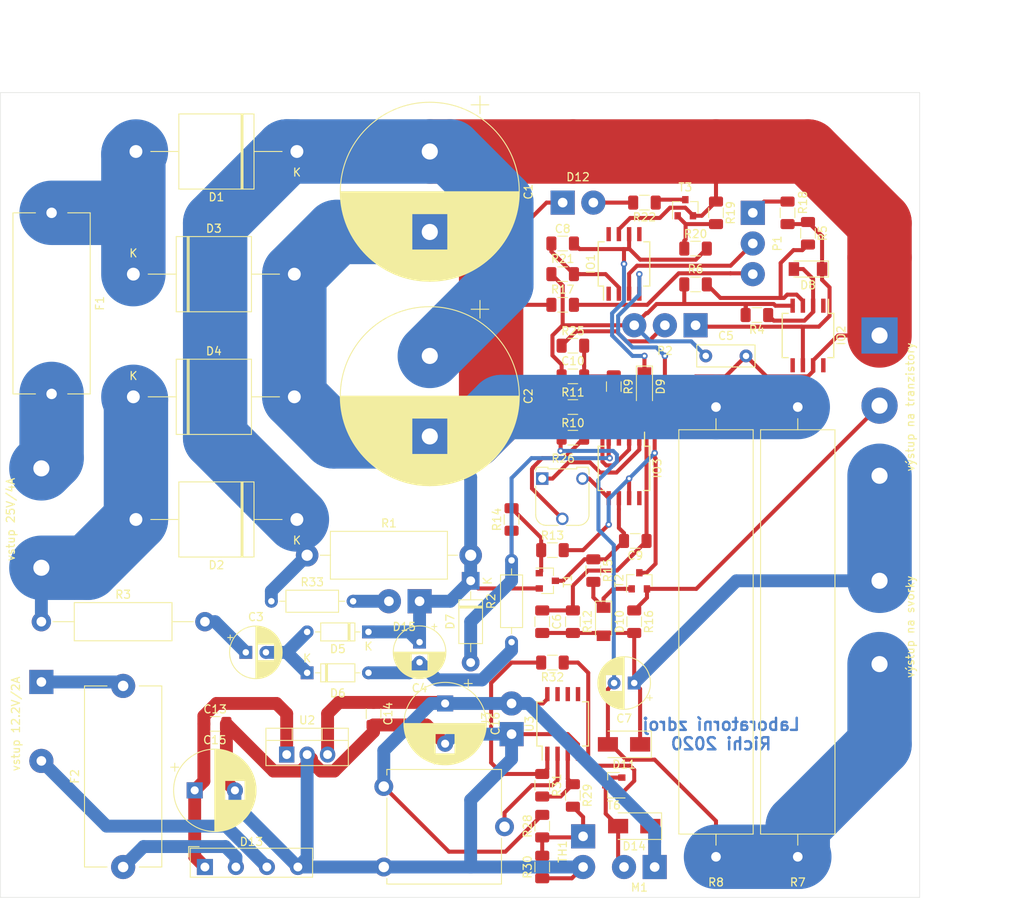
<source format=kicad_pcb>
(kicad_pcb (version 20171130) (host pcbnew "(5.1.5)-3")
  (title_block (title "Laboratorní zdroj") (date 2020-10-16) (company Richi))
  (layers (0 F.Cu signal) (31 B.Cu signal) (34 B.Paste user) (35 F.Paste user) (36 B.SilkS user) (37 F.SilkS user) (38 B.Mask user) (39 F.Mask user) (44 Edge.Cuts user))
  (net 0 "")
  (net 1 "Net-(C1-Pad1)")
  (net 2 "Net-(C3-Pad2)")
  (net 3 "Net-(C3-Pad1)")
  (net 4 "Net-(C4-Pad2)")
  (net 5 "Net-(C10-Pad2)")
  (net 6 "Net-(C6-Pad2)")
  (net 7 "Net-(C6-Pad1)")
  (net 8 "Net-(C8-Pad1)")
  (net 9 "Net-(C8-Pad2)")
  (net 10 "Net-(C9-Pad2)")
  (net 11 "Net-(C10-Pad1)")
  (net 12 "Net-(C13-Pad1)")
  (net 13 "Net-(C13-Pad2)")
  (net 14 "Net-(D1-Pad2)")
  (net 15 "Net-(D2-Pad2)")
  (net 16 "Net-(D7-Pad2)")
  (net 17 "Net-(D8-Pad2)")
  (net 18 "Net-(D8-Pad1)")
  (net 19 "Net-(D9-Pad2)")
  (net 20 "Net-(D10-Pad1)")
  (net 21 "Net-(D12-Pad2)")
  (net 22 "Net-(D13-Pad2)")
  (net 23 "Net-(D13-Pad3)")
  (net 24 "Net-(D14-Pad2)")
  (net 25 "Net-(F1-Pad2)")
  (net 26 "Net-(F2-Pad2)")
  (net 27 "Net-(IO1-Pad8)")
  (net 28 "Net-(IO1-Pad5)")
  (net 29 "Net-(IO1-Pad3)")
  (net 30 "Net-(IO1-Pad1)")
  (net 31 "Net-(IO2-Pad1)")
  (net 32 "Net-(IO2-Pad3)")
  (net 33 "Net-(IO2-Pad5)")
  (net 34 "Net-(IO2-Pad8)")
  (net 35 "Net-(IO3-Pad8)")
  (net 36 "Net-(IO3-Pad5)")
  (net 37 "Net-(IO3-Pad1)")
  (net 38 "Net-(J2-Pad2)")
  (net 39 "Net-(P1-Pad3)")
  (net 40 "Net-(P1-Pad1)")
  (net 41 "Net-(P2-Pad2)")
  (net 42 "Net-(R10-Pad2)")
  (net 43 "Net-(R13-Pad1)")
  (net 44 "Net-(R19-Pad2)")
  (net 45 "Net-(R22-Pad1)")
  (net 46 "Net-(R27-Pad2)")
  (net 47 "Net-(R28-Pad1)")
  (net 48 "Net-(R29-Pad1)")
  (net 49 "Net-(R31-Pad1)")
  (net 50 "Net-(C1-Pad2)")
  (net 51 "Net-(D15-Pad2)")
  (net 52 "Net-(SW2-Pad3)")
  (net 53 "Net-(SW2-Pad1)")
  (net 54 "Net-(R32-Pad1)")
  (net 55 "Net-(C14-Pad1)")
  (module Laboratorní_zdroj:R_Axial_DIN0614_L14.3mm_D5.7mm_P20.32mm_Horizontal (layer F.Cu) (at 121.92 100.965)
    (fp_text reference R1 (at 10.16 -3.97) (layer F.SilkS))
    (fp_text value 2K2/2W)
    (pad 1 thru_hole circle (at 0 0) (size 2.8 2.8) (drill 1.4) (layers *.Cu *.Mask) (net 1 "Net-(C1-Pad1)"))
    (pad 2 thru_hole oval (at 20.32 0) (size 2.8 2.8) (drill 1.4) (layers *.Cu *.Mask) (net 50 "Net-(C1-Pad2)"))
  )
  (module Laboratorní_zdroj:R_Axial_DIN0207_L6.3mm_D2.5mm_P10.16mm_Horizontal (layer F.Cu) (at 117.475 106.68)
    (fp_text reference R33 (at 5.08 -2.37) (layer F.SilkS))
    (fp_text value 1K8)
    (pad 1 thru_hole circle (at 0 0) (size 1.6 1.6) (drill 0.8) (layers *.Cu *.Mask) (net 1 "Net-(C1-Pad1)"))
    (pad 2 thru_hole oval (at 10.16 0) (size 1.6 1.6) (drill 0.8) (layers *.Cu *.Mask) (net 51 "Net-(D15-Pad2)"))
  )
  (module Laboratorní_zdroj:SO-8_5.3x6.2mm_P1.27mm (layer F.Cu) (at 153.67 121.92 90)
    (fp_text reference U3 (at 0 -4.13 90) (layer F.SilkS))
    (fp_text value LM358)
    (pad 1 smd rect (at -3.7 -1.905 90) (size 1.75 0.55) (layers F.Cu F.Paste F.Mask) (net 49 "Net-(R31-Pad1)"))
    (pad 2 smd rect (at -3.7 -0.635 90) (size 1.75 0.55) (layers F.Cu F.Paste F.Mask) (net 46 "Net-(R27-Pad2)"))
    (pad 3 smd rect (at -3.7 0.635 90) (size 1.75 0.55) (layers F.Cu F.Paste F.Mask) (net 48 "Net-(R29-Pad1)"))
    (pad 4 smd rect (at -3.7 1.905 90) (size 1.75 0.55) (layers F.Cu F.Paste F.Mask) (net 13 "Net-(C13-Pad2)"))
    (pad 5 smd rect (at 3.7 1.905 90) (size 1.75 0.55) (layers F.Cu F.Paste F.Mask))
    (pad 6 smd rect (at 3.7 0.635 90) (size 1.75 0.55) (layers F.Cu F.Paste F.Mask))
    (pad 7 smd rect (at 3.7 -0.635 90) (size 1.75 0.55) (layers F.Cu F.Paste F.Mask))
    (pad 8 smd rect (at 3.7 -1.905 90) (size 1.75 0.55) (layers F.Cu F.Paste F.Mask) (net 55 "Net-(C14-Pad1)"))
  )
  (module Laboratorní_zdroj:R_Axial_Power_L50.0mm_W9.0mm_P55.88mm (layer F.Cu) (at 172.72 82.55 270)
    (fp_text reference R8 (at 59.055 0 180) (layer F.SilkS))
    (fp_text value 1R0/10W)
    (pad 2 thru_hole oval (at 55.88 0 270) (size 2.4 2.4) (drill 1.2) (layers *.Cu *.Mask) (net 5 "Net-(C10-Pad2)"))
    (pad 1 thru_hole circle (at 0 0 270) (size 2.4 2.4) (drill 1.2) (layers *.Cu *.Mask) (net 50 "Net-(C1-Pad2)"))
  )
  (module Laboratorní_zdroj:SolderWirePad_1x02_P3.81mm_Drill1.2mm (layer F.Cu) (at 135.89 106.68 180)
    (fp_text reference D15 (at 1.905 -3.175) (layer F.SilkS))
    (fp_text value "LED 5mm žlutá")
    (pad 1 thru_hole rect (at 0 0 180) (size 2.99974 2.99974) (drill 1.19888) (layers *.Cu *.Mask) (net 50 "Net-(C1-Pad2)"))
    (pad 2 thru_hole circle (at 3.81 0 180) (size 2.99974 2.99974) (drill 1.19888) (layers *.Cu *.Mask) (net 51 "Net-(D15-Pad2)"))
  )
  (module Laboratorní_zdroj:D_DO-41_SOD81_P10.16mm_Horizontal (layer F.Cu) (at 142.24 104.14 270)
    (fp_text reference D7 (at 5.08 2.54 90) (layer F.SilkS))
    (fp_text value "1N4734A (5V6)")
    (fp_text user K (at 0 -2.1 90) (layer F.SilkS))
    (pad 1 thru_hole rect (at 0 0 270) (size 2.2 2.2) (drill 1.1) (layers *.Cu *.Mask) (net 50 "Net-(C1-Pad2)"))
    (pad 2 thru_hole oval (at 10.16 0 270) (size 2.2 2.2) (drill 1.1) (layers *.Cu *.Mask) (net 16 "Net-(D7-Pad2)"))
  )
  (module Laboratorní_zdroj:R_1206_3216Metric (layer F.Cu) (at 147.32 96.52 90)
    (fp_text reference R14 (at 0 -1.82 90) (layer F.SilkS))
    (fp_text value 1K5)
    (pad 1 smd roundrect (at -1.4 0 90) (size 1.25 1.75) (layers F.Cu F.Paste F.Mask) (roundrect_rratio 0.2) (net 16 "Net-(D7-Pad2)"))
    (pad 2 smd roundrect (at 1.4 0 90) (size 1.25 1.75) (layers F.Cu F.Paste F.Mask) (roundrect_rratio 0.2) (net 43 "Net-(R13-Pad1)"))
  )
  (module Laboratorní_zdroj:TO-220-3_Vertical (layer F.Cu) (at 119.38 125.73)
    (fp_text reference U2 (at 2.54 -4.27) (layer F.SilkS))
    (fp_text value L7812)
    (pad 1 thru_hole rect (at 0 0) (size 1.905 2) (drill 1.1) (layers *.Cu *.Mask) (net 12 "Net-(C13-Pad1)"))
    (pad 2 thru_hole oval (at 2.54 0) (size 1.905 2) (drill 1.1) (layers *.Cu *.Mask) (net 13 "Net-(C13-Pad2)"))
    (pad 3 thru_hole oval (at 5.08 0) (size 1.905 2) (drill 1.1) (layers *.Cu *.Mask) (net 55 "Net-(C14-Pad1)"))
  )
  (module Laboratorní_zdroj:MountingHole_3.2mm_M3 (layer F.Cu) (at 193.02 138.48)
    (fp_text reference REF** hide)
    (fp_text value MountingHole_3.2mm_M3)
    (pad 1 np_thru_hole circle (at 0 0) (size 3.2 3.2) (drill 3.2) (layers *.Cu *.Mask))
  )
  (module Laboratorní_zdroj:R_1206_3216Metric (layer F.Cu) (at 152.4 100.33)
    (fp_text reference R13 (at 0 -1.82) (layer F.SilkS))
    (fp_text value 10K)
    (pad 1 smd roundrect (at -1.4 0) (size 1.25 1.75) (layers F.Cu F.Paste F.Mask) (roundrect_rratio 0.2) (net 43 "Net-(R13-Pad1)"))
    (pad 2 smd roundrect (at 1.4 0) (size 1.25 1.75) (layers F.Cu F.Paste F.Mask) (roundrect_rratio 0.2) (net 1 "Net-(C1-Pad1)"))
  )
  (module Laboratorní_zdroj:Potentiometer_Runtron_RM-065_Vertical (layer F.Cu) (at 151.13 91.44)
    (fp_text reference R26 (at 2.6 -2.5) (layer F.SilkS))
    (fp_text value 100K)
    (pad 3 thru_hole circle (at 5 0) (size 1.55 1.55) (drill 1) (layers *.Cu *.Mask) (net 36 "Net-(IO3-Pad5)"))
    (pad 1 thru_hole rect (at 0 0) (size 1.55 1.55) (drill 1) (layers *.Cu *.Mask) (net 37 "Net-(IO3-Pad1)"))
    (pad 2 thru_hole circle (at 2.5 5) (size 1.55 1.55) (drill 1) (layers *.Cu *.Mask) (net 42 "Net-(R10-Pad2)"))
  )
  (module Laboratorní_zdroj:SolderWirePad_1x03_P5.715mm_Drill2mm (layer F.Cu) (at 193.04 73.66 270)
    (fp_text reference "výstup na tranzistory" (at 8.89 -3.81 90) (layer F.SilkS))
    (fp_text value "výstup na externí tranzistory")
    (pad 1 thru_hole rect (at 0 0 270) (size 4.50088 4.50088) (drill 1.99898) (layers *.Cu *.Mask) (net 1 "Net-(C1-Pad1)"))
    (pad 2 thru_hole circle (at 8.715 0 270) (size 4.50088 4.50088) (drill 1.99898) (layers *.Cu *.Mask) (net 38 "Net-(J2-Pad2)"))
    (pad 3 thru_hole circle (at 17.43 0 270) (size 4.50088 4.50088) (drill 1.99898) (layers *.Cu *.Mask) (net 6 "Net-(C6-Pad2)"))
  )
  (module Laboratorní_zdroj:SolderWirePad_1x02_P10.414mm_Drill2mm (layer F.Cu) (at 193.04 104.14 270)
    (fp_text reference "výstup na svorky" (at 5.715 -3.81 90) (layer F.SilkS))
    (fp_text value "výstup na svorky")
    (pad 1 thru_hole rect (at 0 0 270) (size 4.50088 4.50088) (drill 1.99898) (layers *.Cu *.Mask) (net 6 "Net-(C6-Pad2)"))
    (pad 2 thru_hole circle (at 10.35 0 270) (size 4.50088 4.50088) (drill 1.99898) (layers *.Cu *.Mask) (net 5 "Net-(C10-Pad2)"))
  )
  (module Laboratorní_zdroj:R_1206_3216Metric (layer F.Cu) (at 157.48 102.87 270)
    (fp_text reference R15 (at 0 -1.82 90) (layer F.SilkS))
    (fp_text value 1K0)
    (pad 2 smd roundrect (at 1.4 0 270) (size 1.25 1.75) (layers F.Cu F.Paste F.Mask) (roundrect_rratio 0.2) (net 20 "Net-(D10-Pad1)"))
    (pad 1 smd roundrect (at -1.4 0 270) (size 1.25 1.75) (layers F.Cu F.Paste F.Mask) (roundrect_rratio 0.2) (net 10 "Net-(C9-Pad2)"))
  )
  (module Laboratorní_zdroj:SO-8_5.3x6.2mm_P1.27mm (layer F.Cu) (at 184.15 73.66 270)
    (fp_text reference IO2 (at 0 -4.13 90) (layer F.SilkS))
    (fp_text value TL071)
    (pad 1 smd rect (at -3.7 -1.905 270) (size 1.75 0.55) (layers F.Cu F.Paste F.Mask) (net 31 "Net-(IO2-Pad1)"))
    (pad 2 smd rect (at -3.7 -0.635 270) (size 1.75 0.55) (layers F.Cu F.Paste F.Mask) (net 17 "Net-(D8-Pad2)"))
    (pad 3 smd rect (at -3.7 0.635 270) (size 1.75 0.55) (layers F.Cu F.Paste F.Mask) (net 32 "Net-(IO2-Pad3)"))
    (pad 4 smd rect (at -3.7 1.905 270) (size 1.75 0.55) (layers F.Cu F.Paste F.Mask) (net 5 "Net-(C10-Pad2)"))
    (pad 5 smd rect (at 3.7 1.905 270) (size 1.75 0.55) (layers F.Cu F.Paste F.Mask) (net 33 "Net-(IO2-Pad5)"))
    (pad 6 smd rect (at 3.7 0.635 270) (size 1.75 0.55) (layers F.Cu F.Paste F.Mask) (net 18 "Net-(D8-Pad1)"))
    (pad 7 smd rect (at 3.7 -0.635 270) (size 1.75 0.55) (layers F.Cu F.Paste F.Mask) (net 1 "Net-(C1-Pad1)"))
    (pad 8 smd rect (at 3.7 -1.905 270) (size 1.75 0.55) (layers F.Cu F.Paste F.Mask) (net 34 "Net-(IO2-Pad8)"))
  )
  (module Laboratorní_zdroj:R_1206_3216Metric (layer F.Cu) (at 153.67 69.85 180)
    (fp_text reference R17 (at 0 1.905) (layer F.SilkS))
    (fp_text value 33R)
    (pad 2 smd roundrect (at 1.4 0 180) (size 1.25 1.75) (layers F.Cu F.Paste F.Mask) (roundrect_rratio 0.2) (net 50 "Net-(C1-Pad2)"))
    (pad 1 smd roundrect (at -1.4 0 180) (size 1.25 1.75) (layers F.Cu F.Paste F.Mask) (roundrect_rratio 0.2) (net 39 "Net-(P1-Pad3)"))
  )
  (module Laboratorní_zdroj:SolderWirePad_1x03_P3.81mm_Drill1.2mm (layer F.Cu) (at 177.292 58.42 270)
    (fp_text reference P1 (at 3.81 -3.048 90) (layer F.SilkS))
    (fp_text value "10K (5ot.)")
    (pad 3 thru_hole circle (at 7.62 0 270) (size 2.99974 2.99974) (drill 1.19888) (layers *.Cu *.Mask) (net 39 "Net-(P1-Pad3)"))
    (pad 2 thru_hole circle (at 3.81 0 270) (size 2.99974 2.99974) (drill 1.19888) (layers *.Cu *.Mask) (net 29 "Net-(IO1-Pad3)"))
    (pad 1 thru_hole rect (at 0 0 270) (size 2.99974 2.99974) (drill 1.19888) (layers *.Cu *.Mask) (net 40 "Net-(P1-Pad1)"))
  )
  (module Laboratorní_zdroj:R_1206_3216Metric (layer F.Cu) (at 172.72 58.42 270)
    (fp_text reference R19 (at 0 -1.82 90) (layer F.SilkS))
    (fp_text value 2K2)
    (pad 1 smd roundrect (at -1.4 0 270) (size 1.25 1.75) (layers F.Cu F.Paste F.Mask) (roundrect_rratio 0.2) (net 1 "Net-(C1-Pad1)"))
    (pad 2 smd roundrect (at 1.4 0 270) (size 1.25 1.75) (layers F.Cu F.Paste F.Mask) (roundrect_rratio 0.2) (net 44 "Net-(R19-Pad2)"))
  )
  (module Laboratorní_zdroj:MountingHole_3.2mm_M3 (layer F.Cu) (at 193.02 48.48)
    (fp_text reference REF** hide)
    (fp_text value MountingHole_3.2mm_M3)
    (pad 1 np_thru_hole circle (at 0 0) (size 3.2 3.2) (drill 3.2) (layers *.Cu *.Mask))
  )
  (module Laboratorní_zdroj:SOT-23 (layer F.Cu) (at 160.02 129.54 180)
    (fp_text reference T6 (at 0 -2.5) (layer F.SilkS))
    (fp_text value MMBT2222)
    (pad 3 smd rect (at 1 0 180) (size 0.9 0.8) (layers F.Cu F.Paste F.Mask) (net 24 "Net-(D14-Pad2)"))
    (pad 2 smd rect (at -1 0.95 180) (size 0.9 0.8) (layers F.Cu F.Paste F.Mask) (net 13 "Net-(C13-Pad2)"))
    (pad 1 smd rect (at -1 -0.95 180) (size 0.9 0.8) (layers F.Cu F.Paste F.Mask) (net 54 "Net-(R32-Pad1)"))
  )
  (module Laboratorní_zdroj:R_1206_3216Metric (layer F.Cu) (at 151.13 139.7 90)
    (fp_text reference R30 (at 0 -1.82 90) (layer F.SilkS))
    (fp_text value 10K)
    (pad 1 smd roundrect (at -1.4 0 90) (size 1.25 1.75) (layers F.Cu F.Paste F.Mask) (roundrect_rratio 0.2) (net 13 "Net-(C13-Pad2)"))
    (pad 2 smd roundrect (at 1.4 0 90) (size 1.25 1.75) (layers F.Cu F.Paste F.Mask) (roundrect_rratio 0.2) (net 47 "Net-(R28-Pad1)"))
  )
  (module Laboratorní_zdroj:SolderWirePad_1x02_P3.81mm_Drill1.2mm (layer F.Cu) (at 156.21 135.89 270)
    (fp_text reference TH1 (at 1.905 2.54 90) (layer F.SilkS))
    (fp_text value KTY81-210)
    (pad 2 thru_hole circle (at 3.81 0 270) (size 2.99974 2.99974) (drill 1.19888) (layers *.Cu *.Mask) (net 13 "Net-(C13-Pad2)"))
    (pad 1 thru_hole rect (at 0 0 270) (size 2.99974 2.99974) (drill 1.19888) (layers *.Cu *.Mask) (net 47 "Net-(R28-Pad1)"))
  )
  (module Laboratorní_zdroj:R_1206_3216Metric (layer F.Cu) (at 152.4 114.3 180)
    (fp_text reference R32 (at 0 -1.82) (layer F.SilkS))
    (fp_text value 1K0)
    (pad 1 smd roundrect (at -1.4 0 180) (size 1.25 1.75) (layers F.Cu F.Paste F.Mask) (roundrect_rratio 0.2) (net 54 "Net-(R32-Pad1)"))
    (pad 2 smd roundrect (at 1.4 0 180) (size 1.25 1.75) (layers F.Cu F.Paste F.Mask) (roundrect_rratio 0.2) (net 49 "Net-(R31-Pad1)"))
  )
  (module Laboratorní_zdroj:SolderWirePad_1x02_P3.81mm_Drill1.2mm (layer F.Cu) (at 165.1 139.7 180)
    (fp_text reference M1 (at 1.905 -2.54) (layer F.SilkS))
    (fp_text value ventilátor)
    (pad 1 thru_hole rect (at 0 0 180) (size 2.99974 2.99974) (drill 1.19888) (layers *.Cu *.Mask) (net 55 "Net-(C14-Pad1)"))
    (pad 2 thru_hole circle (at 3.81 0 180) (size 2.99974 2.99974) (drill 1.19888) (layers *.Cu *.Mask) (net 24 "Net-(D14-Pad2)"))
  )
  (module Laboratorní_zdroj:SolderWirePad_1x02_P3.81mm_Drill1.2mm (layer F.Cu) (at 147.32 123.19 90)
    (fp_text reference J3 (at 1.905 -3.175 90) (layer F.SilkS))
    (fp_text value "napájení panelového měřidla")
    (pad 1 thru_hole rect (at 0 0 90) (size 2.99974 2.99974) (drill 1.19888) (layers *.Cu *.Mask) (net 13 "Net-(C13-Pad2)"))
    (pad 2 thru_hole circle (at 3.81 0 90) (size 2.99974 2.99974) (drill 1.19888) (layers *.Cu *.Mask) (net 55 "Net-(C14-Pad1)"))
  )
  (module Laboratorní_zdroj:Potentiometer_ACP_CA14V-15_Vertical (layer F.Cu) (at 131.445 139.7)
    (fp_text reference R27 (at 7.5 -13.25) (layer F.SilkS))
    (fp_text value 10K)
    (pad 3 thru_hole circle (at 0 -10) (size 2.34 2.34) (drill 1.3) (layers *.Cu *.Mask) (net 55 "Net-(C14-Pad1)"))
    (pad 2 thru_hole circle (at 15 -5) (size 2.34 2.34) (drill 1.3) (layers *.Cu *.Mask) (net 46 "Net-(R27-Pad2)"))
    (pad 1 thru_hole circle (at 0 0) (size 2.34 2.34) (drill 1.3) (layers *.Cu *.Mask) (net 13 "Net-(C13-Pad2)"))
  )
  (module Laboratorní_zdroj:Fuseholder_Cylinder-5x20mm_Schurter_0031_8201_Horizontal_Open (layer F.Cu) (at 99.06 139.7 90)
    (fp_text reference F2 (at 11.25 -6 90) (layer F.SilkS))
    (fp_text value 500mA)
    (pad 1 thru_hole circle (at 0 0 90) (size 3 3) (drill 1.3) (layers *.Cu *.Mask) (net 22 "Net-(D13-Pad2)"))
    (pad 2 thru_hole circle (at 22.5 0 90) (size 3 3) (drill 1.3) (layers *.Cu *.Mask) (net 26 "Net-(F2-Pad2)"))
    (pad "" np_thru_hole circle (at 11.25 0 90) (size 2.7 2.7) (drill 2.7) (layers *.Cu *.Mask))
  )
  (module Laboratorní_zdroj:Trafo (layer F.Cu) (at 88.9 90.17 270)
    (fp_text reference "vstup 25V/4A" (at 6.35 3.81 90) (layer F.SilkS))
    (fp_text value Trafo)
    (fp_text user "vstup 12.2V/2A" (at 31.75 3.175 90) (layer F.SilkS))
    (pad 8 thru_hole circle (at 36.348 0 270) (size 2.99974 2.99974) (drill 1.19888) (layers *.Cu *.Mask) (net 23 "Net-(D13-Pad3)"))
    (pad 7 thru_hole rect (at 26.538 0 270) (size 2.99974 2.99974) (drill 1.19888) (layers *.Cu *.Mask) (net 53 "Net-(SW2-Pad1)"))
    (pad 3 thru_hole rect (at 0 0 270) (size 4.50088 4.50088) (drill 1.99898) (layers *.Cu *.Mask) (net 52 "Net-(SW2-Pad3)"))
    (pad 4 thru_hole circle (at 12.35 0 270) (size 4.50088 4.50088) (drill 1.99898) (layers *.Cu *.Mask) (net 15 "Net-(D2-Pad2)"))
  )
  (module Laboratorní_zdroj:MountingHole_3.2mm_M3 (layer F.Cu) (at 88.82 138.48)
    (fp_text reference REF** hide)
    (fp_text value MountingHole_3.2mm_M3)
    (pad 1 np_thru_hole circle (at 0 0) (size 3.2 3.2) (drill 3.2) (layers *.Cu *.Mask))
  )
  (module Laboratorní_zdroj:CP_Radial_D6.3mm_P2.50mm (layer F.Cu) (at 114.3 113.03)
    (fp_text reference C3 (at 1.25 -4.4) (layer F.SilkS))
    (fp_text value 47uF/50V)
    (pad 2 thru_hole circle (at 2.5 0) (size 1.6 1.6) (drill 0.8) (layers *.Cu *.Mask) (net 2 "Net-(C3-Pad2)"))
    (pad 1 thru_hole rect (at 0 0) (size 1.6 1.6) (drill 0.8) (layers *.Cu *.Mask) (net 3 "Net-(C3-Pad1)"))
  )
  (module Laboratorní_zdroj:MountingHole_3.2mm_M3 (layer F.Cu) (at 89.12 48.48)
    (fp_text reference REF** hide)
    (fp_text value MountingHole_3.2mm_M3)
    (pad 1 np_thru_hole circle (at 0 0) (size 3.2 3.2) (drill 3.2) (layers *.Cu *.Mask))
  )
  (module Laboratorní_zdroj:CP_Radial_D22.0mm_P10.00mm_SnapIn (layer F.Cu) (at 137.16 50.8 270)
    (fp_text reference C1 (at 5 -12.25 90) (layer F.SilkS))
    (fp_text value 4700uF/63V/105C)
    (pad 1 thru_hole rect (at 0 0 270) (size 4 4) (drill 2) (layers *.Cu *.Mask) (net 1 "Net-(C1-Pad1)"))
    (pad 2 thru_hole circle (at 10 0 270) (size 4 4) (drill 2) (layers *.Cu *.Mask) (net 50 "Net-(C1-Pad2)"))
  )
  (module Laboratorní_zdroj:CP_Radial_D22.0mm_P10.00mm_SnapIn (layer F.Cu) (at 137.16 76.2 270)
    (fp_text reference C2 (at 5 -12.25 90) (layer F.SilkS))
    (fp_text value 4700uF/63V/105C)
    (pad 2 thru_hole circle (at 10 0 270) (size 4 4) (drill 2) (layers *.Cu *.Mask) (net 50 "Net-(C1-Pad2)"))
    (pad 1 thru_hole rect (at 0 0 270) (size 4 4) (drill 2) (layers *.Cu *.Mask) (net 1 "Net-(C1-Pad1)"))
  )
  (module Laboratorní_zdroj:CP_Radial_D6.3mm_P2.50mm (layer F.Cu) (at 135.89 111.76 270)
    (fp_text reference C4 (at 5.715 0 180) (layer F.SilkS))
    (fp_text value 47uF/50V)
    (pad 1 thru_hole rect (at 0 0 270) (size 1.6 1.6) (drill 0.8) (layers *.Cu *.Mask) (net 50 "Net-(C1-Pad2)"))
    (pad 2 thru_hole circle (at 2.5 0 270) (size 1.6 1.6) (drill 0.8) (layers *.Cu *.Mask) (net 4 "Net-(C4-Pad2)"))
  )
  (module Laboratorní_zdroj:C_Rect_L7.0mm_W2.5mm_P5.00mm (layer F.Cu) (at 171.45 76.2)
    (fp_text reference C5 (at 2.5 -2.5) (layer F.SilkS))
    (fp_text value "220n CF1")
    (pad 2 thru_hole circle (at 5 0) (size 1.6 1.6) (drill 0.8) (layers *.Cu *.Mask) (net 1 "Net-(C1-Pad1)"))
    (pad 1 thru_hole circle (at 0 0) (size 1.6 1.6) (drill 0.8) (layers *.Cu *.Mask) (net 5 "Net-(C10-Pad2)"))
  )
  (module Laboratorní_zdroj:C_1206_3216Metric (layer F.Cu) (at 151.13 109.22 270)
    (fp_text reference C6 (at 0 -1.82 90) (layer F.SilkS))
    (fp_text value 100pF)
    (pad 2 smd roundrect (at 1.4 0 270) (size 1.25 1.75) (layers F.Cu F.Paste F.Mask) (roundrect_rratio 0.2) (net 6 "Net-(C6-Pad2)"))
    (pad 1 smd roundrect (at -1.4 0 270) (size 1.25 1.75) (layers F.Cu F.Paste F.Mask) (roundrect_rratio 0.2) (net 7 "Net-(C6-Pad1)"))
  )
  (module Laboratorní_zdroj:CP_Radial_D6.3mm_P2.50mm (layer F.Cu) (at 162.56 116.84 180)
    (fp_text reference C7 (at 1.25 -4.4) (layer F.SilkS))
    (fp_text value 10uF/50V)
    (pad 2 thru_hole circle (at 2.5 0 180) (size 1.6 1.6) (drill 0.8) (layers *.Cu *.Mask) (net 5 "Net-(C10-Pad2)"))
    (pad 1 thru_hole rect (at 0 0 180) (size 1.6 1.6) (drill 0.8) (layers *.Cu *.Mask) (net 6 "Net-(C6-Pad2)"))
  )
  (module Laboratorní_zdroj:C_1206_3216Metric (layer F.Cu) (at 153.67 62.23)
    (fp_text reference C8 (at 0 -1.82) (layer F.SilkS))
    (fp_text value 330pF)
    (pad 1 smd roundrect (at -1.4 0) (size 1.25 1.75) (layers F.Cu F.Paste F.Mask) (roundrect_rratio 0.2) (net 8 "Net-(C8-Pad1)"))
    (pad 2 smd roundrect (at 1.4 0) (size 1.25 1.75) (layers F.Cu F.Paste F.Mask) (roundrect_rratio 0.2) (net 9 "Net-(C8-Pad2)"))
  )
  (module Laboratorní_zdroj:C_1206_3216Metric (layer F.Cu) (at 162.69 99.19 180)
    (fp_text reference C9 (at 0 -1.82) (layer F.SilkS))
    (fp_text value 100pF)
    (pad 1 smd roundrect (at -1.4 0 180) (size 1.25 1.75) (layers F.Cu F.Paste F.Mask) (roundrect_rratio 0.2) (net 7 "Net-(C6-Pad1)"))
    (pad 2 smd roundrect (at 1.4 0 180) (size 1.25 1.75) (layers F.Cu F.Paste F.Mask) (roundrect_rratio 0.2) (net 10 "Net-(C9-Pad2)"))
  )
  (module Laboratorní_zdroj:C_1206_3216Metric (layer F.Cu) (at 154.94 78.74 180)
    (fp_text reference C10 (at 0 1.905) (layer F.SilkS))
    (fp_text value 100nF)
    (pad 2 smd roundrect (at 1.4 0 180) (size 1.25 1.75) (layers F.Cu F.Paste F.Mask) (roundrect_rratio 0.2) (net 5 "Net-(C10-Pad2)"))
    (pad 1 smd roundrect (at -1.4 0 180) (size 1.25 1.75) (layers F.Cu F.Paste F.Mask) (roundrect_rratio 0.2) (net 11 "Net-(C10-Pad1)"))
  )
  (module Laboratorní_zdroj:C_1206_3216Metric (layer F.Cu) (at 110.49 121.92)
    (fp_text reference C13 (at 0 -1.82) (layer F.SilkS))
    (fp_text value 330nF)
    (pad 1 smd roundrect (at -1.4 0) (size 1.25 1.75) (layers F.Cu F.Paste F.Mask) (roundrect_rratio 0.2) (net 12 "Net-(C13-Pad1)"))
    (pad 2 smd roundrect (at 1.4 0) (size 1.25 1.75) (layers F.Cu F.Paste F.Mask) (roundrect_rratio 0.2) (net 13 "Net-(C13-Pad2)"))
  )
  (module Laboratorní_zdroj:C_1206_3216Metric (layer F.Cu) (at 130.175 120.65 270)
    (fp_text reference C14 (at 0 -1.82 90) (layer F.SilkS))
    (fp_text value 100nF)
    (pad 2 smd roundrect (at 1.4 0 270) (size 1.25 1.75) (layers F.Cu F.Paste F.Mask) (roundrect_rratio 0.2) (net 13 "Net-(C13-Pad2)"))
    (pad 1 smd roundrect (at -1.4 0 270) (size 1.25 1.75) (layers F.Cu F.Paste F.Mask) (roundrect_rratio 0.2) (net 55 "Net-(C14-Pad1)"))
  )
  (module Laboratorní_zdroj:D_P600_R-6_P20.00mm_Horizontal (layer F.Cu) (at 120.65 50.8 180)
    (fp_text reference D1 (at 10 -5.67) (layer F.SilkS))
    (fp_text value P1000M)
    (fp_text user K (at 0 -2.6) (layer F.SilkS))
    (pad 2 thru_hole oval (at 20 0 180) (size 3.2 3.2) (drill 1.6) (layers *.Cu *.Mask) (net 14 "Net-(D1-Pad2)"))
    (pad 1 thru_hole rect (at 0 0 180) (size 3.2 3.2) (drill 1.6) (layers *.Cu *.Mask) (net 1 "Net-(C1-Pad1)"))
  )
  (module Laboratorní_zdroj:D_P600_R-6_P20.00mm_Horizontal (layer F.Cu) (at 120.65 96.52 180)
    (fp_text reference D2 (at 10 -5.67) (layer F.SilkS))
    (fp_text value P1000M)
    (fp_text user K (at 0 -2.6) (layer F.SilkS))
    (pad 2 thru_hole oval (at 20 0 180) (size 3.2 3.2) (drill 1.6) (layers *.Cu *.Mask) (net 15 "Net-(D2-Pad2)"))
    (pad 1 thru_hole rect (at 0 0 180) (size 3.2 3.2) (drill 1.6) (layers *.Cu *.Mask) (net 1 "Net-(C1-Pad1)"))
  )
  (module Laboratorní_zdroj:D_P600_R-6_P20.00mm_Horizontal (layer F.Cu) (at 100.33 66.04)
    (fp_text reference D3 (at 10 -5.67) (layer F.SilkS))
    (fp_text value P1000M)
    (fp_text user K (at 0 -2.6) (layer F.SilkS))
    (pad 1 thru_hole rect (at 0 0) (size 3.2 3.2) (drill 1.6) (layers *.Cu *.Mask) (net 14 "Net-(D1-Pad2)"))
    (pad 2 thru_hole oval (at 20 0) (size 3.2 3.2) (drill 1.6) (layers *.Cu *.Mask) (net 50 "Net-(C1-Pad2)"))
  )
  (module Laboratorní_zdroj:D_P600_R-6_P20.00mm_Horizontal (layer F.Cu) (at 100.33 81.28)
    (fp_text reference D4 (at 10 -5.67) (layer F.SilkS))
    (fp_text value P1000M)
    (fp_text user K (at 0 -2.6) (layer F.SilkS))
    (pad 1 thru_hole rect (at 0 0) (size 3.2 3.2) (drill 1.6) (layers *.Cu *.Mask) (net 15 "Net-(D2-Pad2)"))
    (pad 2 thru_hole oval (at 20 0) (size 3.2 3.2) (drill 1.6) (layers *.Cu *.Mask) (net 50 "Net-(C1-Pad2)"))
  )
  (module Laboratorní_zdroj:D_DO-35_SOD27_P7.62mm_Horizontal (layer F.Cu) (at 129.54 110.49 180)
    (fp_text reference D5 (at 3.81 -2.12) (layer F.SilkS))
    (fp_text value 1N4148)
    (fp_text user K (at 0 -1.8) (layer F.SilkS))
    (pad 2 thru_hole oval (at 7.62 0 180) (size 1.6 1.6) (drill 0.8) (layers *.Cu *.Mask) (net 2 "Net-(C3-Pad2)"))
    (pad 1 thru_hole rect (at 0 0 180) (size 1.6 1.6) (drill 0.8) (layers *.Cu *.Mask) (net 50 "Net-(C1-Pad2)"))
  )
  (module Laboratorní_zdroj:D_DO-35_SOD27_P7.62mm_Horizontal (layer F.Cu) (at 121.92 115.57)
    (fp_text reference D6 (at 3.81 2.54) (layer F.SilkS))
    (fp_text value 1N4148)
    (fp_text user K (at 0 -1.8) (layer F.SilkS))
    (pad 2 thru_hole oval (at 7.62 0) (size 1.6 1.6) (drill 0.8) (layers *.Cu *.Mask) (net 4 "Net-(C4-Pad2)"))
    (pad 1 thru_hole rect (at 0 0) (size 1.6 1.6) (drill 0.8) (layers *.Cu *.Mask) (net 2 "Net-(C3-Pad2)"))
  )
  (module Laboratorní_zdroj:D_MiniMELF (layer F.Cu) (at 184.15 65.405 180)
    (fp_text reference D8 (at 0 -2) (layer F.SilkS))
    (fp_text value BZX83V005.6)
    (pad 2 smd rect (at 1.75 0 180) (size 1.3 1.7) (layers F.Cu F.Paste F.Mask) (net 17 "Net-(D8-Pad2)"))
    (pad 1 smd rect (at -1.75 0 180) (size 1.3 1.7) (layers F.Cu F.Paste F.Mask) (net 18 "Net-(D8-Pad1)"))
  )
  (module Laboratorní_zdroj:D_MiniMELF (layer F.Cu) (at 163.83 80.01 270)
    (fp_text reference D9 (at 0 -2 90) (layer F.SilkS))
    (fp_text value 1N4148)
    (pad 1 smd rect (at -1.75 0 270) (size 1.3 1.7) (layers F.Cu F.Paste F.Mask) (net 9 "Net-(C8-Pad2)"))
    (pad 2 smd rect (at 1.75 0 270) (size 1.3 1.7) (layers F.Cu F.Paste F.Mask) (net 19 "Net-(D9-Pad2)"))
  )
  (module Laboratorní_zdroj:D_MiniMELF (layer F.Cu) (at 158.75 109.22 270)
    (fp_text reference D10 (at 0 -2 90) (layer F.SilkS))
    (fp_text value 1N4148)
    (pad 2 smd rect (at 1.75 0 270) (size 1.3 1.7) (layers F.Cu F.Paste F.Mask) (net 6 "Net-(C6-Pad2)"))
    (pad 1 smd rect (at -1.75 0 270) (size 1.3 1.7) (layers F.Cu F.Paste F.Mask) (net 20 "Net-(D10-Pad1)"))
  )
  (module Laboratorní_zdroj:D_SMA (layer F.Cu) (at 161.29 124.46 180)
    (fp_text reference D11 (at 0 -2.5) (layer F.SilkS))
    (fp_text value S1M)
    (pad 2 smd rect (at 2 0 180) (size 2.5 1.8) (layers F.Cu F.Paste F.Mask) (net 5 "Net-(C10-Pad2)"))
    (pad 1 smd rect (at -2 0 180) (size 2.5 1.8) (layers F.Cu F.Paste F.Mask) (net 6 "Net-(C6-Pad2)"))
  )
  (module Laboratorní_zdroj:SolderWirePad_1x02_P3.81mm_Drill1.2mm (layer F.Cu) (at 153.67 57.15)
    (fp_text reference D12 (at 1.905 -3.175) (layer F.SilkS))
    (fp_text value "LED 5mm červená")
    (pad 1 thru_hole rect (at 0 0) (size 2.99974 2.99974) (drill 1.19888) (layers *.Cu *.Mask) (net 50 "Net-(C1-Pad2)"))
    (pad 2 thru_hole circle (at 3.81 0) (size 2.99974 2.99974) (drill 1.19888) (layers *.Cu *.Mask) (net 21 "Net-(D12-Pad2)"))
  )
  (module Laboratorní_zdroj:Diode_Bridge_KBP307_15.0x3.5x10.0mm_P4.0mm (layer F.Cu) (at 109.22 139.7)
    (fp_text reference D13 (at 5.78 -3.13 180) (layer F.SilkS))
    (fp_text value KBP307)
    (pad 1 thru_hole rect (at 0 0) (size 2 2) (drill 1.1) (layers *.Cu *.Mask) (net 12 "Net-(C13-Pad1)"))
    (pad 2 thru_hole circle (at 3.85 0) (size 2 2) (drill 1.1) (layers *.Cu *.Mask) (net 22 "Net-(D13-Pad2)"))
    (pad 3 thru_hole circle (at 7.7 0) (size 2 2) (drill 1.1) (layers *.Cu *.Mask) (net 23 "Net-(D13-Pad3)"))
    (pad 4 thru_hole circle (at 11.55 0) (size 2 2) (drill 1.1) (layers *.Cu *.Mask) (net 13 "Net-(C13-Pad2)"))
  )
  (module Laboratorní_zdroj:D_SMA (layer F.Cu) (at 162.56 134.62 180)
    (fp_text reference D14 (at 0 -2.5) (layer F.SilkS))
    (fp_text value S1M)
    (pad 1 smd rect (at -2 0 180) (size 2.5 1.8) (layers F.Cu F.Paste F.Mask) (net 55 "Net-(C14-Pad1)"))
    (pad 2 smd rect (at 2 0 180) (size 2.5 1.8) (layers F.Cu F.Paste F.Mask) (net 24 "Net-(D14-Pad2)"))
  )
  (module Laboratorní_zdroj:Fuseholder_Cylinder-5x20mm_Schurter_0031_8201_Horizontal_Open (layer F.Cu) (at 90.17 58.42 270)
    (fp_text reference F1 (at 11.25 -6 90) (layer F.SilkS))
    (fp_text value 6A)
    (pad "" np_thru_hole circle (at 11.25 0 270) (size 2.7 2.7) (drill 2.7) (layers *.Cu *.Mask))
    (pad 2 thru_hole circle (at 22.5 0 270) (size 3 3) (drill 1.3) (layers *.Cu *.Mask) (net 25 "Net-(F1-Pad2)"))
    (pad 1 thru_hole circle (at 0 0 270) (size 3 3) (drill 1.3) (layers *.Cu *.Mask) (net 14 "Net-(D1-Pad2)"))
  )
  (module Laboratorní_zdroj:SO-8_5.3x6.2mm_P1.27mm (layer F.Cu) (at 161.29 64.77 90)
    (fp_text reference IO1 (at 0 -4.13 90) (layer F.SilkS))
    (fp_text value TL071)
    (pad 8 smd rect (at 3.7 -1.905 90) (size 1.75 0.55) (layers F.Cu F.Paste F.Mask) (net 27 "Net-(IO1-Pad8)"))
    (pad 7 smd rect (at 3.7 -0.635 90) (size 1.75 0.55) (layers F.Cu F.Paste F.Mask) (net 1 "Net-(C1-Pad1)"))
    (pad 6 smd rect (at 3.7 0.635 90) (size 1.75 0.55) (layers F.Cu F.Paste F.Mask) (net 9 "Net-(C8-Pad2)"))
    (pad 5 smd rect (at 3.7 1.905 90) (size 1.75 0.55) (layers F.Cu F.Paste F.Mask) (net 28 "Net-(IO1-Pad5)"))
    (pad 4 smd rect (at -3.7 1.905 90) (size 1.75 0.55) (layers F.Cu F.Paste F.Mask) (net 16 "Net-(D7-Pad2)"))
    (pad 3 smd rect (at -3.7 0.635 90) (size 1.75 0.55) (layers F.Cu F.Paste F.Mask) (net 29 "Net-(IO1-Pad3)"))
    (pad 2 smd rect (at -3.7 -0.635 90) (size 1.75 0.55) (layers F.Cu F.Paste F.Mask) (net 8 "Net-(C8-Pad1)"))
    (pad 1 smd rect (at -3.7 -1.905 90) (size 1.75 0.55) (layers F.Cu F.Paste F.Mask) (net 30 "Net-(IO1-Pad1)"))
  )
  (module Laboratorní_zdroj:SO-8_5.3x6.2mm_P1.27mm (layer F.Cu) (at 161.29 90.17 270)
    (fp_text reference IO3 (at 0 -4.13 90) (layer F.SilkS))
    (fp_text value TL071)
    (pad 8 smd rect (at 3.7 -1.905 270) (size 1.75 0.55) (layers F.Cu F.Paste F.Mask) (net 35 "Net-(IO3-Pad8)"))
    (pad 7 smd rect (at 3.7 -0.635 270) (size 1.75 0.55) (layers F.Cu F.Paste F.Mask) (net 1 "Net-(C1-Pad1)"))
    (pad 6 smd rect (at 3.7 0.635 270) (size 1.75 0.55) (layers F.Cu F.Paste F.Mask) (net 10 "Net-(C9-Pad2)"))
    (pad 5 smd rect (at 3.7 1.905 270) (size 1.75 0.55) (layers F.Cu F.Paste F.Mask) (net 36 "Net-(IO3-Pad5)"))
    (pad 4 smd rect (at -3.7 1.905 270) (size 1.75 0.55) (layers F.Cu F.Paste F.Mask) (net 16 "Net-(D7-Pad2)"))
    (pad 3 smd rect (at -3.7 0.635 270) (size 1.75 0.55) (layers F.Cu F.Paste F.Mask) (net 19 "Net-(D9-Pad2)"))
    (pad 2 smd rect (at -3.7 -0.635 270) (size 1.75 0.55) (layers F.Cu F.Paste F.Mask) (net 7 "Net-(C6-Pad1)"))
    (pad 1 smd rect (at -3.7 -1.905 270) (size 1.75 0.55) (layers F.Cu F.Paste F.Mask) (net 37 "Net-(IO3-Pad1)"))
  )
  (module Laboratorní_zdroj:SolderWirePad_1x03_P3.81mm_Drill1.2mm (layer F.Cu) (at 170.18 72.39 180)
    (fp_text reference P2 (at 3.81 -3.175) (layer F.SilkS))
    (fp_text value "10K (5ot.)")
    (pad 1 thru_hole rect (at 0 0 180) (size 2.99974 2.99974) (drill 1.19888) (layers *.Cu *.Mask) (net 18 "Net-(D8-Pad1)"))
    (pad 2 thru_hole circle (at 3.81 0 180) (size 2.99974 2.99974) (drill 1.19888) (layers *.Cu *.Mask) (net 41 "Net-(P2-Pad2)"))
    (pad 3 thru_hole circle (at 7.62 0 180) (size 2.99974 2.99974) (drill 1.19888) (layers *.Cu *.Mask) (net 5 "Net-(C10-Pad2)"))
  )
  (module Laboratorní_zdroj:R_Axial_DIN0207_L6.3mm_D2.5mm_P10.16mm_Horizontal (layer F.Cu) (at 147.32 101.6 270)
    (fp_text reference R2 (at 5.08 2.54 90) (layer F.SilkS))
    (fp_text value 220R)
    (pad 2 thru_hole oval (at 10.16 0 270) (size 1.6 1.6) (drill 0.8) (layers *.Cu *.Mask) (net 4 "Net-(C4-Pad2)"))
    (pad 1 thru_hole circle (at 0 0 270) (size 1.6 1.6) (drill 0.8) (layers *.Cu *.Mask) (net 16 "Net-(D7-Pad2)"))
  )
  (module Laboratorní_zdroj:R_Axial_DIN0414_L11.9mm_D4.5mm_P20.32mm_Horizontal (layer F.Cu) (at 88.9 109.22)
    (fp_text reference R3 (at 10.16 -3.37) (layer F.SilkS))
    (fp_text value 82R)
    (pad 2 thru_hole oval (at 20.32 0) (size 2.4 2.4) (drill 1.2) (layers *.Cu *.Mask) (net 3 "Net-(C3-Pad1)"))
    (pad 1 thru_hole circle (at 0 0) (size 2.4 2.4) (drill 1.2) (layers *.Cu *.Mask) (net 15 "Net-(D2-Pad2)"))
  )
  (module Laboratorní_zdroj:R_1206_3216Metric (layer F.Cu) (at 177.8 71.12 180)
    (fp_text reference R4 (at 0 -1.82) (layer F.SilkS))
    (fp_text value 4K7)
    (pad 2 smd roundrect (at 1.4 0 180) (size 1.25 1.75) (layers F.Cu F.Paste F.Mask) (roundrect_rratio 0.2) (net 5 "Net-(C10-Pad2)"))
    (pad 1 smd roundrect (at -1.4 0 180) (size 1.25 1.75) (layers F.Cu F.Paste F.Mask) (roundrect_rratio 0.2) (net 17 "Net-(D8-Pad2)"))
  )
  (module Laboratorní_zdroj:R_1206_3216Metric (layer F.Cu) (at 184.15 60.96 270)
    (fp_text reference R5 (at 0 -1.82 90) (layer F.SilkS))
    (fp_text value 10K)
    (pad 1 smd roundrect (at -1.4 0 270) (size 1.25 1.75) (layers F.Cu F.Paste F.Mask) (roundrect_rratio 0.2) (net 18 "Net-(D8-Pad1)"))
    (pad 2 smd roundrect (at 1.4 0 270) (size 1.25 1.75) (layers F.Cu F.Paste F.Mask) (roundrect_rratio 0.2) (net 32 "Net-(IO2-Pad3)"))
  )
  (module Laboratorní_zdroj:R_1206_3216Metric (layer F.Cu) (at 170.18 67.31 180)
    (fp_text reference R6 (at 0 1.905) (layer F.SilkS))
    (fp_text value 10K)
    (pad 1 smd roundrect (at -1.4 0 180) (size 1.25 1.75) (layers F.Cu F.Paste F.Mask) (roundrect_rratio 0.2) (net 32 "Net-(IO2-Pad3)"))
    (pad 2 smd roundrect (at 1.4 0 180) (size 1.25 1.75) (layers F.Cu F.Paste F.Mask) (roundrect_rratio 0.2) (net 5 "Net-(C10-Pad2)"))
  )
  (module Laboratorní_zdroj:R_Axial_Power_L50.0mm_W9.0mm_P55.88mm (layer F.Cu) (at 182.88 82.55 270)
    (fp_text reference R7 (at 59.055 0 180) (layer F.SilkS))
    (fp_text value 1R0/10W)
    (pad 1 thru_hole circle (at 0 0 270) (size 2.4 2.4) (drill 1.2) (layers *.Cu *.Mask) (net 50 "Net-(C1-Pad2)"))
    (pad 2 thru_hole oval (at 55.88 0 270) (size 2.4 2.4) (drill 1.2) (layers *.Cu *.Mask) (net 5 "Net-(C10-Pad2)"))
  )
  (module Laboratorní_zdroj:R_1206_3216Metric (layer F.Cu) (at 160.02 80.01 270)
    (fp_text reference R9 (at 0 -1.82 90) (layer F.SilkS))
    (fp_text value 2K2)
    (pad 2 smd roundrect (at 1.4 0 270) (size 1.25 1.75) (layers F.Cu F.Paste F.Mask) (roundrect_rratio 0.2) (net 19 "Net-(D9-Pad2)"))
    (pad 1 smd roundrect (at -1.4 0 270) (size 1.25 1.75) (layers F.Cu F.Paste F.Mask) (roundrect_rratio 0.2) (net 11 "Net-(C10-Pad1)"))
  )
  (module Laboratorní_zdroj:R_1206_3216Metric (layer F.Cu) (at 154.94 86.36)
    (fp_text reference R10 (at 0 -1.82) (layer F.SilkS))
    (fp_text value 270K)
    (pad 1 smd roundrect (at -1.4 0) (size 1.25 1.75) (layers F.Cu F.Paste F.Mask) (roundrect_rratio 0.2) (net 5 "Net-(C10-Pad2)"))
    (pad 2 smd roundrect (at 1.4 0) (size 1.25 1.75) (layers F.Cu F.Paste F.Mask) (roundrect_rratio 0.2) (net 42 "Net-(R10-Pad2)"))
  )
  (module Laboratorní_zdroj:R_1206_3216Metric (layer F.Cu) (at 154.94 82.55)
    (fp_text reference R11 (at 0 -1.82) (layer F.SilkS))
    (fp_text value 27K)
    (pad 1 smd roundrect (at -1.4 0) (size 1.25 1.75) (layers F.Cu F.Paste F.Mask) (roundrect_rratio 0.2) (net 5 "Net-(C10-Pad2)"))
    (pad 2 smd roundrect (at 1.4 0) (size 1.25 1.75) (layers F.Cu F.Paste F.Mask) (roundrect_rratio 0.2) (net 7 "Net-(C6-Pad1)"))
  )
  (module Laboratorní_zdroj:R_1206_3216Metric (layer F.Cu) (at 154.94 109.22 270)
    (fp_text reference R12 (at 0 -1.82 90) (layer F.SilkS))
    (fp_text value 56K)
    (pad 2 smd roundrect (at 1.4 0 270) (size 1.25 1.75) (layers F.Cu F.Paste F.Mask) (roundrect_rratio 0.2) (net 6 "Net-(C6-Pad2)"))
    (pad 1 smd roundrect (at -1.4 0 270) (size 1.25 1.75) (layers F.Cu F.Paste F.Mask) (roundrect_rratio 0.2) (net 7 "Net-(C6-Pad1)"))
  )
  (module Laboratorní_zdroj:R_1206_3216Metric (layer F.Cu) (at 162.56 109.22 270)
    (fp_text reference R16 (at 0 -1.82 90) (layer F.SilkS))
    (fp_text value 1K0)
    (pad 2 smd roundrect (at 1.4 0 270) (size 1.25 1.75) (layers F.Cu F.Paste F.Mask) (roundrect_rratio 0.2) (net 6 "Net-(C6-Pad2)"))
    (pad 1 smd roundrect (at -1.4 0 270) (size 1.25 1.75) (layers F.Cu F.Paste F.Mask) (roundrect_rratio 0.2) (net 38 "Net-(J2-Pad2)"))
  )
  (module Laboratorní_zdroj:R_1206_3216Metric (layer F.Cu) (at 181.61 58.42 90)
    (fp_text reference R18 (at 1.27 1.905 90) (layer F.SilkS))
    (fp_text value 56K)
    (pad 2 smd roundrect (at 1.4 0 90) (size 1.25 1.75) (layers F.Cu F.Paste F.Mask) (roundrect_rratio 0.2) (net 40 "Net-(P1-Pad1)"))
    (pad 1 smd roundrect (at -1.4 0 90) (size 1.25 1.75) (layers F.Cu F.Paste F.Mask) (roundrect_rratio 0.2) (net 18 "Net-(D8-Pad1)"))
  )
  (module Laboratorní_zdroj:R_1206_3216Metric (layer F.Cu) (at 170.18 62.865)
    (fp_text reference R20 (at 0 -1.82) (layer F.SilkS))
    (fp_text value 10K)
    (pad 2 smd roundrect (at 1.4 0) (size 1.25 1.75) (layers F.Cu F.Paste F.Mask) (roundrect_rratio 0.2) (net 9 "Net-(C8-Pad2)"))
    (pad 1 smd roundrect (at -1.4 0) (size 1.25 1.75) (layers F.Cu F.Paste F.Mask) (roundrect_rratio 0.2) (net 44 "Net-(R19-Pad2)"))
  )
  (module Laboratorní_zdroj:R_1206_3216Metric (layer F.Cu) (at 153.67 66.04 180)
    (fp_text reference R21 (at 0 1.905) (layer F.SilkS))
    (fp_text value 10K)
    (pad 1 smd roundrect (at -1.4 0 180) (size 1.25 1.75) (layers F.Cu F.Paste F.Mask) (roundrect_rratio 0.2) (net 8 "Net-(C8-Pad1)"))
    (pad 2 smd roundrect (at 1.4 0 180) (size 1.25 1.75) (layers F.Cu F.Paste F.Mask) (roundrect_rratio 0.2) (net 5 "Net-(C10-Pad2)"))
  )
  (module Laboratorní_zdroj:R_1206_3216Metric (layer F.Cu) (at 163.83 57.15 180)
    (fp_text reference R22 (at 0 -1.82) (layer F.SilkS))
    (fp_text value 1K8)
    (pad 2 smd roundrect (at 1.4 0 180) (size 1.25 1.75) (layers F.Cu F.Paste F.Mask) (roundrect_rratio 0.2) (net 21 "Net-(D12-Pad2)"))
    (pad 1 smd roundrect (at -1.4 0 180) (size 1.25 1.75) (layers F.Cu F.Paste F.Mask) (roundrect_rratio 0.2) (net 45 "Net-(R22-Pad1)"))
  )
  (module Laboratorní_zdroj:R_1206_3216Metric (layer F.Cu) (at 154.94 74.93)
    (fp_text reference R25 (at 0 -1.82) (layer F.SilkS))
    (fp_text value 27K)
    (pad 1 smd roundrect (at -1.4 0) (size 1.25 1.75) (layers F.Cu F.Paste F.Mask) (roundrect_rratio 0.2) (net 41 "Net-(P2-Pad2)"))
    (pad 2 smd roundrect (at 1.4 0) (size 1.25 1.75) (layers F.Cu F.Paste F.Mask) (roundrect_rratio 0.2) (net 11 "Net-(C10-Pad1)"))
  )
  (module Laboratorní_zdroj:R_1206_3216Metric (layer F.Cu) (at 151.13 134.62 90)
    (fp_text reference R28 (at 0 -1.82 90) (layer F.SilkS))
    (fp_text value 10K)
    (pad 2 smd roundrect (at 1.4 0 90) (size 1.25 1.75) (layers F.Cu F.Paste F.Mask) (roundrect_rratio 0.2) (net 55 "Net-(C14-Pad1)"))
    (pad 1 smd roundrect (at -1.4 0 90) (size 1.25 1.75) (layers F.Cu F.Paste F.Mask) (roundrect_rratio 0.2) (net 47 "Net-(R28-Pad1)"))
  )
  (module Laboratorní_zdroj:R_1206_3216Metric (layer F.Cu) (at 154.94 130.81 270)
    (fp_text reference R29 (at 0 -1.82 90) (layer F.SilkS))
    (fp_text value 4K7)
    (pad 1 smd roundrect (at -1.4 0 270) (size 1.25 1.75) (layers F.Cu F.Paste F.Mask) (roundrect_rratio 0.2) (net 48 "Net-(R29-Pad1)"))
    (pad 2 smd roundrect (at 1.4 0 270) (size 1.25 1.75) (layers F.Cu F.Paste F.Mask) (roundrect_rratio 0.2) (net 47 "Net-(R28-Pad1)"))
  )
  (module Laboratorní_zdroj:R_1206_3216Metric (layer F.Cu) (at 151.13 129.54 270)
    (fp_text reference R31 (at 0 -1.82 90) (layer F.SilkS))
    (fp_text value 1M5)
    (pad 2 smd roundrect (at 1.4 0 270) (size 1.25 1.75) (layers F.Cu F.Paste F.Mask) (roundrect_rratio 0.2) (net 48 "Net-(R29-Pad1)"))
    (pad 1 smd roundrect (at -1.4 0 270) (size 1.25 1.75) (layers F.Cu F.Paste F.Mask) (roundrect_rratio 0.2) (net 49 "Net-(R31-Pad1)"))
  )
  (module Laboratorní_zdroj:SOT-23 (layer F.Cu) (at 151.765 104.14)
    (fp_text reference T1 (at 2.54 0 90) (layer F.SilkS))
    (fp_text value MMBT2222)
    (pad 1 smd rect (at -1 -0.95) (size 0.9 0.8) (layers F.Cu F.Paste F.Mask) (net 43 "Net-(R13-Pad1)"))
    (pad 2 smd rect (at -1 0.95) (size 0.9 0.8) (layers F.Cu F.Paste F.Mask) (net 50 "Net-(C1-Pad2)"))
    (pad 3 smd rect (at 1 0) (size 0.9 0.8) (layers F.Cu F.Paste F.Mask) (net 10 "Net-(C9-Pad2)"))
  )
  (module Laboratorní_zdroj:SOT-23 (layer F.Cu) (at 163.195 104.14 90)
    (fp_text reference T2 (at 0 -2.5 90) (layer F.SilkS))
    (fp_text value MMBT2222)
    (pad 1 smd rect (at -1 -0.95 90) (size 0.9 0.8) (layers F.Cu F.Paste F.Mask) (net 20 "Net-(D10-Pad1)"))
    (pad 2 smd rect (at -1 0.95 90) (size 0.9 0.8) (layers F.Cu F.Paste F.Mask) (net 38 "Net-(J2-Pad2)"))
    (pad 3 smd rect (at 1 0 90) (size 0.9 0.8) (layers F.Cu F.Paste F.Mask) (net 1 "Net-(C1-Pad1)"))
  )
  (module Laboratorní_zdroj:SOT-23 (layer F.Cu) (at 168.91 57.785 90)
    (fp_text reference T3 (at 2.54 0 180) (layer F.SilkS))
    (fp_text value BC857)
    (pad 3 smd rect (at 1 0 90) (size 0.9 0.8) (layers F.Cu F.Paste F.Mask) (net 45 "Net-(R22-Pad1)"))
    (pad 2 smd rect (at -1 0.95 90) (size 0.9 0.8) (layers F.Cu F.Paste F.Mask) (net 1 "Net-(C1-Pad1)"))
    (pad 1 smd rect (at -1 -0.95 90) (size 0.9 0.8) (layers F.Cu F.Paste F.Mask) (net 44 "Net-(R19-Pad2)"))
  )
  (module Laboratorní_zdroj:CP_Radial_D10.0mm_P5.00mm (layer F.Cu) (at 107.95 130.175)
    (fp_text reference C15 (at 2.5 -6.25) (layer F.SilkS))
    (fp_text value 1000uF/25V)
    (pad 1 thru_hole rect (at 0 0) (size 2 2) (drill 1) (layers *.Cu *.Mask) (net 12 "Net-(C13-Pad1)"))
    (pad 2 thru_hole circle (at 5 0) (size 2 2) (drill 1) (layers *.Cu *.Mask) (net 13 "Net-(C13-Pad2)"))
  )
  (module Laboratorní_zdroj:CP_Radial_D10.0mm_P5.00mm (layer F.Cu) (at 139.065 119.38 270)
    (fp_text reference C16 (at 2.5 -6.25 90) (layer F.SilkS))
    (fp_text value 1000uF/25V)
    (pad 2 thru_hole circle (at 5 0 270) (size 2 2) (drill 1) (layers *.Cu *.Mask) (net 13 "Net-(C13-Pad2)"))
    (pad 1 thru_hole rect (at 0 0 270) (size 2 2) (drill 1) (layers *.Cu *.Mask) (net 55 "Net-(C14-Pad1)"))
  )
  (gr_text "Laboratorní zdroj\nRichi 2020" (at 173.355 123.19) (layer B.Cu) (effects (font (size 1.5 1.5) (thickness 0.3)) (justify mirror)))
  (gr_line (start 83.82 43.48) (end 198.02 43.48) (layer Edge.Cuts) (width 0.05))
  (gr_line (start 83.82 43.48) (end 83.82 143.48) (layer Edge.Cuts) (width 0.05))
  (gr_line (start 83.82 143.48) (end 198.02 143.48) (layer Edge.Cuts) (width 0.05))
  (gr_line (start 198.02 43.48) (end 198.02 143.48) (layer Edge.Cuts) (width 0.05))
  (segment (start 119.38 50.8) (end 137.16 50.8) (width 8) (layer B.Cu) (net 1))
  (segment (start 154.67 51.07) (end 154.94 50.8) (width 0.5) (layer F.Cu) (net 1))
  (segment (start 137.16 50.8) (end 154.94 50.8) (width 8) (layer F.Cu) (net 1))
  (segment (start 157.48 53.34) (end 154.94 50.8) (width 0.5) (layer F.Cu) (net 1))
  (segment (start 172.72 57.02) (end 172.72 50.8) (width 0.5) (layer F.Cu) (net 1))
  (segment (start 154.94 50.8) (end 172.72 50.8) (width 8) (layer F.Cu) (net 1))
  (segment (start 146.05 67.31) (end 137.16 76.2) (width 8) (layer B.Cu) (net 1))
  (segment (start 146.05 57.15) (end 146.05 67.31) (width 8) (layer B.Cu) (net 1))
  (segment (start 137.16 50.8) (end 139.7 50.8) (width 8) (layer B.Cu) (net 1))
  (segment (start 139.7 50.8) (end 146.05 57.15) (width 8) (layer B.Cu) (net 1))
  (segment (start 184.785 77.96) (end 184.785 77.36) (width 0.5) (layer F.Cu) (net 1))
  (segment (start 193.04 63.97499) (end 193.04 73.66) (width 8) (layer F.Cu) (net 1))
  (segment (start 193.04 59.69) (end 193.04 63.97499) (width 8) (layer F.Cu) (net 1))
  (segment (start 172.72 50.8) (end 184.15 50.8) (width 8) (layer F.Cu) (net 1))
  (segment (start 184.15 50.8) (end 193.04 59.69) (width 8) (layer F.Cu) (net 1))
  (segment (start 178.99 78.74) (end 176.45 76.2) (width 0.5) (layer F.Cu) (net 1))
  (segment (start 184.15 78.74) (end 178.99 78.74) (width 0.5) (layer F.Cu) (net 1))
  (segment (start 184.785 77.36) (end 184.785 78.105) (width 0.5) (layer F.Cu) (net 1))
  (segment (start 184.785 78.105) (end 184.15 78.74) (width 0.5) (layer F.Cu) (net 1))
  (segment (start 190.28956 73.66) (end 193.04 73.66) (width 0.5) (layer F.Cu) (net 1))
  (segment (start 187.885 73.66) (end 190.28956 73.66) (width 0.5) (layer F.Cu) (net 1))
  (segment (start 184.785 76.76) (end 187.885 73.66) (width 0.5) (layer F.Cu) (net 1))
  (segment (start 184.785 77.36) (end 184.785 76.76) (width 0.5) (layer F.Cu) (net 1))
  (segment (start 170.955 58.785) (end 172.72 57.02) (width 0.5) (layer F.Cu) (net 1))
  (segment (start 169.86 58.785) (end 170.955 58.785) (width 0.5) (layer F.Cu) (net 1))
  (segment (start 120.65 50.8) (end 119.38 50.8) (width 8) (layer B.Cu) (net 1))
  (segment (start 110.49 86.36) (end 120.65 96.52) (width 8) (layer B.Cu) (net 1))
  (segment (start 119.38 50.8) (end 110.49 59.69) (width 8) (layer B.Cu) (net 1))
  (segment (start 110.49 59.69) (end 110.49 86.36) (width 8) (layer B.Cu) (net 1))
  (segment (start 119.38 97.79) (end 120.65 96.52) (width 1.6) (layer B.Cu) (net 1))
  (segment (start 160.655 60.47) (end 162.07 59.055) (width 0.5) (layer F.Cu) (net 1))
  (segment (start 160.655 61.07) (end 160.655 60.47) (width 0.5) (layer F.Cu) (net 1))
  (segment (start 162.07 59.055) (end 165.735 59.055) (width 0.5) (layer F.Cu) (net 1))
  (segment (start 169.86 58.735) (end 169.86 58.785) (width 0.5) (layer F.Cu) (net 1))
  (segment (start 168.91 57.785) (end 169.86 58.735) (width 0.5) (layer F.Cu) (net 1))
  (segment (start 167.005 57.785) (end 168.91 57.785) (width 0.5) (layer F.Cu) (net 1))
  (segment (start 165.735 59.055) (end 167.005 57.785) (width 0.5) (layer F.Cu) (net 1))
  (via (at 161.925 91.44) (size 0.8) (drill 0.4) (layers F.Cu B.Cu) (net 1))
  (segment (start 161.925 93.87) (end 161.925 91.44) (width 0.5) (layer F.Cu) (net 1))
  (segment (start 173.91 78.74) (end 176.45 76.2) (width 0.5) (layer F.Cu) (net 1))
  (segment (start 161.925 91.44) (end 165.1 88.265) (width 0.5) (layer B.Cu) (net 1))
  (via (at 165.1 88.265) (size 0.8) (drill 0.4) (layers F.Cu B.Cu) (net 1))
  (segment (start 165.1 88.265) (end 165.1 83.82) (width 0.5) (layer F.Cu) (net 1))
  (segment (start 165.1 83.82) (end 170.18 78.74) (width 0.5) (layer F.Cu) (net 1))
  (segment (start 170.18 78.74) (end 173.91 78.74) (width 0.5) (layer F.Cu) (net 1))
  (segment (start 165.1 88.830685) (end 165.1 88.265) (width 0.5) (layer F.Cu) (net 1))
  (segment (start 165.21501 88.945695) (end 165.1 88.830685) (width 0.5) (layer F.Cu) (net 1))
  (segment (start 165.21501 102.01999) (end 165.21501 88.945695) (width 0.5) (layer F.Cu) (net 1))
  (segment (start 164.095 103.14) (end 165.21501 102.01999) (width 0.5) (layer F.Cu) (net 1))
  (segment (start 163.195 103.14) (end 164.095 103.14) (width 0.5) (layer F.Cu) (net 1))
  (segment (start 121.92 97.79) (end 120.65 96.52) (width 1.6) (layer B.Cu) (net 1))
  (segment (start 121.92 100.965) (end 121.92 97.79) (width 1.6) (layer B.Cu) (net 1))
  (segment (start 117.475 105.41) (end 121.92 100.965) (width 1.6) (layer B.Cu) (net 1))
  (segment (start 117.475 106.68) (end 117.475 105.41) (width 1.6) (layer B.Cu) (net 1))
  (segment (start 153.8 100.33) (end 156.21 100.33) (width 0.5) (layer F.Cu) (net 1))
  (segment (start 156.21 100.33) (end 159.385 97.155) (width 0.5) (layer F.Cu) (net 1))
  (via (at 159.385 97.155) (size 0.8) (drill 0.4) (layers F.Cu B.Cu) (net 1))
  (segment (start 159.385 93.98) (end 161.925 91.44) (width 0.5) (layer B.Cu) (net 1))
  (segment (start 159.385 97.155) (end 159.385 93.98) (width 0.5) (layer B.Cu) (net 1))
  (segment (start 116.8 113.03) (end 119.38 113.03) (width 1.6) (layer B.Cu) (net 2))
  (segment (start 119.38 113.03) (end 121.92 110.49) (width 1.6) (layer B.Cu) (net 2))
  (segment (start 119.38 113.03) (end 121.92 115.57) (width 1.6) (layer B.Cu) (net 2))
  (segment (start 110.49 109.22) (end 114.3 113.03) (width 1.6) (layer B.Cu) (net 3))
  (segment (start 109.22 109.22) (end 110.49 109.22) (width 1.6) (layer B.Cu) (net 3))
  (segment (start 129.54 115.57) (end 134.62 115.57) (width 1.6) (layer B.Cu) (net 4))
  (segment (start 134.62 115.57) (end 135.89 114.3) (width 1.6) (layer B.Cu) (net 4))
  (segment (start 138.080001 116.450001) (end 135.89 114.26) (width 1.6) (layer B.Cu) (net 4))
  (segment (start 143.645999 116.450001) (end 138.080001 116.450001) (width 1.6) (layer B.Cu) (net 4))
  (segment (start 147.32 111.76) (end 147.32 112.776) (width 1.6) (layer B.Cu) (net 4))
  (segment (start 147.32 112.776) (end 143.645999 116.450001) (width 1.6) (layer B.Cu) (net 4))
  (segment (start 159.29 117.61) (end 160.06 116.84) (width 0.5) (layer F.Cu) (net 5))
  (segment (start 159.29 124.46) (end 159.29 117.61) (width 0.5) (layer F.Cu) (net 5))
  (segment (start 172.72 137.54) (end 172.72 138.43) (width 0.5) (layer F.Cu) (net 5))
  (segment (start 159.29 124.46) (end 159.64 124.46) (width 0.5) (layer F.Cu) (net 5))
  (segment (start 182.88 138.43) (end 183.07 138.43) (width 8) (layer B.Cu) (net 5))
  (segment (start 153.54 82.55) (end 153.54 86.36) (width 0.5) (layer F.Cu) (net 5))
  (via (at 153.416103 88) (size 0.8) (drill 0.4) (layers F.Cu B.Cu) (net 5))
  (segment (start 153.416103 86.483897) (end 153.54 86.36) (width 0.5) (layer F.Cu) (net 5))
  (segment (start 153.416103 88) (end 153.416103 86.483897) (width 0.5) (layer F.Cu) (net 5))
  (segment (start 172.72 138.43) (end 182.88 138.43) (width 8) (layer B.Cu) (net 5))
  (segment (start 193.04 114.49) (end 193.04 124.46) (width 8) (layer B.Cu) (net 5))
  (segment (start 193.04 124.46) (end 182.88 134.62) (width 8) (layer B.Cu) (net 5))
  (segment (start 182.88 134.62) (end 182.88 138.43) (width 8) (layer B.Cu) (net 5))
  (segment (start 153.67 67.44) (end 153.67 72.39) (width 0.5) (layer F.Cu) (net 5))
  (segment (start 152.27 66.04) (end 153.67 67.44) (width 0.5) (layer F.Cu) (net 5))
  (segment (start 180.100678 69.96) (end 179.885668 69.74499) (width 0.5) (layer F.Cu) (net 5))
  (segment (start 179.885668 69.74499) (end 176.42499 69.74499) (width 0.5) (layer F.Cu) (net 5))
  (segment (start 182.245 69.96) (end 180.100678 69.96) (width 0.5) (layer F.Cu) (net 5))
  (segment (start 176.42499 70.12001) (end 176.42499 69.74499) (width 0.5) (layer F.Cu) (net 5))
  (segment (start 176.4 71.12) (end 176.4 70.145) (width 0.5) (layer F.Cu) (net 5))
  (segment (start 176.4 70.145) (end 176.42499 70.12001) (width 0.5) (layer F.Cu) (net 5))
  (segment (start 168.78 69.72) (end 168.80499 69.74499) (width 0.5) (layer F.Cu) (net 5))
  (segment (start 168.78 67.31) (end 168.78 69.72) (width 0.5) (layer F.Cu) (net 5))
  (segment (start 176.42499 69.74499) (end 168.80499 69.74499) (width 0.5) (layer F.Cu) (net 5))
  (segment (start 153.67 72.39) (end 152.4 73.66) (width 0.5) (layer F.Cu) (net 5))
  (segment (start 152.4 73.66) (end 152.4 76.137998) (width 0.5) (layer F.Cu) (net 5))
  (segment (start 152.4 76.137998) (end 153.54 77.277998) (width 0.5) (layer F.Cu) (net 5))
  (segment (start 153.54 77.277998) (end 153.54 81.575) (width 0.5) (layer F.Cu) (net 5))
  (segment (start 153.54 81.575) (end 153.54 82.55) (width 0.5) (layer F.Cu) (net 5))
  (segment (start 153.67 72.39) (end 162.56 72.39) (width 0.5) (layer F.Cu) (net 5))
  (segment (start 164.059869 70.890131) (end 162.56 72.39) (width 0.5) (layer F.Cu) (net 5))
  (segment (start 164.199865 70.890131) (end 164.059869 70.890131) (width 0.5) (layer F.Cu) (net 5))
  (segment (start 165.345006 69.74499) (end 164.199865 70.890131) (width 0.5) (layer F.Cu) (net 5))
  (segment (start 168.80499 69.74499) (end 165.345006 69.74499) (width 0.5) (layer F.Cu) (net 5))
  (segment (start 164.059869 73.889869) (end 162.56 72.39) (width 0.5) (layer B.Cu) (net 5))
  (segment (start 164.559871 74.389871) (end 164.059869 73.889869) (width 0.5) (layer B.Cu) (net 5))
  (segment (start 169.639871 74.389871) (end 164.559871 74.389871) (width 0.5) (layer B.Cu) (net 5))
  (segment (start 171.45 76.2) (end 169.639871 74.389871) (width 0.5) (layer B.Cu) (net 5))
  (segment (start 159.64 124.46) (end 161.545 126.365) (width 0.5) (layer F.Cu) (net 5))
  (segment (start 161.545 126.365) (end 165.1 126.365) (width 0.5) (layer F.Cu) (net 5))
  (segment (start 165.1 126.365) (end 172.72 133.985) (width 0.5) (layer F.Cu) (net 5))
  (segment (start 172.72 133.985) (end 172.72 138.43) (width 0.5) (layer F.Cu) (net 5))
  (segment (start 160.06 115.70863) (end 160.06 116.84) (width 0.5) (layer B.Cu) (net 5))
  (segment (start 160.02 99.695) (end 160.02 115.66863) (width 0.5) (layer B.Cu) (net 5))
  (segment (start 159.942001 88) (end 160.41 88.467999) (width 0.5) (layer B.Cu) (net 5))
  (segment (start 160.02 115.66863) (end 160.06 115.70863) (width 0.5) (layer B.Cu) (net 5))
  (segment (start 160.41 88.467999) (end 160.41 89.332001) (width 0.5) (layer B.Cu) (net 5))
  (segment (start 153.416103 88) (end 159.942001 88) (width 0.5) (layer B.Cu) (net 5))
  (segment (start 160.41 89.332001) (end 158.115 91.627001) (width 0.5) (layer B.Cu) (net 5))
  (segment (start 158.115 91.627001) (end 158.115 97.79) (width 0.5) (layer B.Cu) (net 5))
  (segment (start 158.115 97.79) (end 160.02 99.695) (width 0.5) (layer B.Cu) (net 5))
  (segment (start 154.94 110.62) (end 151.13 110.62) (width 0.5) (layer F.Cu) (net 6))
  (segment (start 159.1 110.62) (end 158.75 110.97) (width 0.5) (layer F.Cu) (net 6))
  (segment (start 162.56 110.62) (end 159.1 110.62) (width 0.5) (layer F.Cu) (net 6))
  (segment (start 155.29 110.97) (end 154.94 110.62) (width 0.5) (layer F.Cu) (net 6))
  (segment (start 162.72 110.62) (end 162.56 110.62) (width 0.5) (layer F.Cu) (net 6))
  (segment (start 163.29 117.57) (end 162.56 116.84) (width 0.5) (layer F.Cu) (net 6))
  (segment (start 163.29 124.46) (end 163.29 117.57) (width 0.5) (layer F.Cu) (net 6))
  (segment (start 162.56 116.84) (end 162.56 110.62) (width 0.5) (layer F.Cu) (net 6))
  (segment (start 193.04 104.14) (end 193.04 91.09) (width 8) (layer B.Cu) (net 6))
  (segment (start 162.56 116.84) (end 175.26 104.14) (width 1.6) (layer B.Cu) (net 6))
  (segment (start 175.26 104.14) (end 193.04 104.14) (width 1.6) (layer B.Cu) (net 6))
  (segment (start 158.4 110.62) (end 158.75 110.97) (width 0.5) (layer F.Cu) (net 6))
  (segment (start 154.94 110.62) (end 158.4 110.62) (width 0.5) (layer F.Cu) (net 6))
  (segment (start 154.94 107.82) (end 151.13 107.82) (width 0.5) (layer F.Cu) (net 7))
  (segment (start 160.41 102.87) (end 164.09 99.19) (width 0.5) (layer F.Cu) (net 7))
  (segment (start 156.819322 102.87) (end 160.41 102.87) (width 0.5) (layer F.Cu) (net 7))
  (segment (start 154.94 107.82) (end 154.94 104.749322) (width 0.5) (layer F.Cu) (net 7))
  (segment (start 154.94 104.749322) (end 156.819322 102.87) (width 0.5) (layer F.Cu) (net 7))
  (segment (start 161.925 85.87) (end 161.925 86.47) (width 0.5) (layer F.Cu) (net 7))
  (segment (start 163.870001 85.094999) (end 162.7 85.095) (width 0.5) (layer F.Cu) (net 7))
  (segment (start 164.09 85.314998) (end 163.870001 85.094999) (width 0.5) (layer F.Cu) (net 7))
  (segment (start 164.09 99.19) (end 164.09 85.314998) (width 0.5) (layer F.Cu) (net 7))
  (segment (start 161.925 85.095) (end 161.925 86.47) (width 0.5) (layer F.Cu) (net 7))
  (segment (start 162.7 85.095) (end 161.925 85.095) (width 0.5) (layer F.Cu) (net 7))
  (segment (start 156.34 82.55) (end 158.609999 84.819999) (width 0.5) (layer F.Cu) (net 7))
  (segment (start 161.925 87.845) (end 161.925 86.47) (width 0.5) (layer F.Cu) (net 7))
  (segment (start 159.969999 89.800001) (end 161.925 87.845) (width 0.5) (layer F.Cu) (net 7))
  (segment (start 159.077998 89.800001) (end 159.969999 89.800001) (width 0.5) (layer F.Cu) (net 7))
  (segment (start 158.609999 89.332002) (end 159.077998 89.800001) (width 0.5) (layer F.Cu) (net 7))
  (segment (start 158.609999 84.819999) (end 158.609999 89.332002) (width 0.5) (layer F.Cu) (net 7))
  (segment (start 152.27 63.24) (end 155.07 66.04) (width 0.5) (layer F.Cu) (net 8))
  (segment (start 152.27 62.23) (end 152.27 63.24) (width 0.5) (layer F.Cu) (net 8))
  (segment (start 155.795 66.04) (end 155.07 66.04) (width 0.5) (layer F.Cu) (net 8))
  (segment (start 159.005002 66.04) (end 155.795 66.04) (width 0.5) (layer F.Cu) (net 8))
  (segment (start 160.655 67.689998) (end 159.005002 66.04) (width 0.5) (layer F.Cu) (net 8))
  (segment (start 160.655 68.47) (end 160.655 67.689998) (width 0.5) (layer F.Cu) (net 8))
  (segment (start 163.83 78.26) (end 163.83 76.2) (width 0.5) (layer F.Cu) (net 9))
  (segment (start 159.81012 70.904206) (end 161.29 69.424326) (width 0.5) (layer B.Cu) (net 9))
  (segment (start 161.29 69.424326) (end 161.29 64.77) (width 0.5) (layer B.Cu) (net 9))
  (segment (start 162.349516 76.2) (end 159.810119 73.660603) (width 0.5) (layer B.Cu) (net 9))
  (segment (start 163.83 76.2) (end 162.349516 76.2) (width 0.5) (layer B.Cu) (net 9))
  (segment (start 159.810119 73.660603) (end 159.81012 70.904206) (width 0.5) (layer B.Cu) (net 9))
  (via (at 163.83 76.2) (size 0.8) (drill 0.4) (layers F.Cu B.Cu) (net 9))
  (via (at 161.29 64.77) (size 0.8) (drill 0.4) (layers F.Cu B.Cu) (net 9))
  (segment (start 170.20499 64.24001) (end 163.30001 64.24001) (width 0.5) (layer F.Cu) (net 9))
  (segment (start 171.58 62.865) (end 170.20499 64.24001) (width 0.5) (layer F.Cu) (net 9))
  (segment (start 161.98571 62.92571) (end 163.30001 64.24001) (width 0.5) (layer F.Cu) (net 9))
  (segment (start 155.07 62.23) (end 155.76571 62.92571) (width 0.5) (layer F.Cu) (net 9))
  (segment (start 161.29 62.98642) (end 161.22929 62.92571) (width 0.5) (layer F.Cu) (net 9))
  (segment (start 161.29 64.77) (end 161.29 62.98642) (width 0.5) (layer F.Cu) (net 9))
  (segment (start 155.76571 62.92571) (end 161.22929 62.92571) (width 0.5) (layer F.Cu) (net 9))
  (segment (start 161.22929 62.92571) (end 161.98571 62.92571) (width 0.5) (layer F.Cu) (net 9))
  (segment (start 161.925 62.865) (end 161.98571 62.92571) (width 0.5) (layer F.Cu) (net 9))
  (segment (start 161.925 61.07) (end 161.925 62.865) (width 0.5) (layer F.Cu) (net 9))
  (segment (start 159.01 101.47) (end 161.29 99.19) (width 0.5) (layer F.Cu) (net 10))
  (segment (start 157.48 101.47) (end 159.01 101.47) (width 0.5) (layer F.Cu) (net 10))
  (segment (start 160.655 95.245) (end 160.655 93.87) (width 0.5) (layer F.Cu) (net 10))
  (segment (start 160.655 97.58) (end 160.655 95.245) (width 0.5) (layer F.Cu) (net 10))
  (segment (start 161.29 98.215) (end 160.655 97.58) (width 0.5) (layer F.Cu) (net 10))
  (segment (start 161.29 99.19) (end 161.29 98.215) (width 0.5) (layer F.Cu) (net 10))
  (segment (start 156.505 101.47) (end 157.48 101.47) (width 0.5) (layer F.Cu) (net 10))
  (segment (start 156.385 101.47) (end 156.505 101.47) (width 0.5) (layer F.Cu) (net 10))
  (segment (start 153.715 104.14) (end 156.385 101.47) (width 0.5) (layer F.Cu) (net 10))
  (segment (start 152.765 104.14) (end 153.715 104.14) (width 0.5) (layer F.Cu) (net 10))
  (segment (start 156.34 77.47) (end 156.34 74.93) (width 0.5) (layer F.Cu) (net 11))
  (segment (start 156.34 77.47) (end 156.34 78.74) (width 0.5) (layer F.Cu) (net 11))
  (segment (start 159.89 78.74) (end 160.02 78.61) (width 0.5) (layer F.Cu) (net 11))
  (segment (start 156.34 78.74) (end 159.89 78.74) (width 0.5) (layer F.Cu) (net 11))
  (segment (start 119.38 120.65) (end 119.38 125.73) (width 1.6) (layer F.Cu) (net 12))
  (segment (start 118.11 119.38) (end 119.38 120.65) (width 1.6) (layer F.Cu) (net 12))
  (segment (start 110.655 119.38) (end 118.11 119.38) (width 1.6) (layer F.Cu) (net 12))
  (segment (start 109.09 121.92) (end 109.09 120.945) (width 1.6) (layer F.Cu) (net 12))
  (segment (start 109.09 120.945) (end 110.655 119.38) (width 1.6) (layer F.Cu) (net 12))
  (segment (start 109.09 129.035) (end 107.95 130.175) (width 1.6) (layer F.Cu) (net 12))
  (segment (start 109.09 121.92) (end 109.09 129.035) (width 1.6) (layer F.Cu) (net 12))
  (segment (start 107.95 138.43) (end 109.22 139.7) (width 1.6) (layer F.Cu) (net 12))
  (segment (start 107.95 130.175) (end 107.95 138.43) (width 1.6) (layer F.Cu) (net 12))
  (segment (start 154.81 141.1) (end 151.13 141.1) (width 0.5) (layer F.Cu) (net 13))
  (segment (start 156.21 139.7) (end 154.81 141.1) (width 0.5) (layer F.Cu) (net 13))
  (segment (start 161.02 128.59) (end 160.97 128.59) (width 0.5) (layer F.Cu) (net 13))
  (segment (start 155.575 126.22) (end 155.575 125.62) (width 0.5) (layer F.Cu) (net 13))
  (segment (start 157.945 128.59) (end 155.575 126.22) (width 0.5) (layer F.Cu) (net 13))
  (segment (start 161.02 128.59) (end 157.945 128.59) (width 0.5) (layer F.Cu) (net 13))
  (segment (start 154.305 123.19) (end 147.32 123.19) (width 0.5) (layer F.Cu) (net 13))
  (segment (start 155.575 125.62) (end 155.575 124.46) (width 0.5) (layer F.Cu) (net 13))
  (segment (start 155.575 124.46) (end 154.305 123.19) (width 0.5) (layer F.Cu) (net 13))
  (segment (start 142.24 131.36987) (end 142.24 139.7) (width 1.6) (layer B.Cu) (net 13))
  (segment (start 147.32 126.28987) (end 142.24 131.36987) (width 1.6) (layer B.Cu) (net 13))
  (segment (start 147.32 123.19) (end 147.32 126.28987) (width 1.6) (layer B.Cu) (net 13))
  (segment (start 132.08 139.7) (end 142.24 139.7) (width 1.6) (layer B.Cu) (net 13))
  (segment (start 142.24 139.7) (end 156.21 139.7) (width 1.6) (layer B.Cu) (net 13))
  (segment (start 121.92 138.55) (end 121.92 125.73) (width 1.6) (layer B.Cu) (net 13))
  (segment (start 120.77 139.7) (end 121.92 138.55) (width 1.6) (layer B.Cu) (net 13))
  (segment (start 120.77 139.7) (end 131.445 139.7) (width 1.6) (layer B.Cu) (net 13))
  (segment (start 121.92 127) (end 121.92 125.73) (width 1.6) (layer F.Cu) (net 13))
  (segment (start 121.139999 127.780001) (end 121.92 127) (width 1.6) (layer F.Cu) (net 13))
  (segment (start 117.750001 127.780001) (end 121.139999 127.780001) (width 1.6) (layer F.Cu) (net 13))
  (segment (start 111.89 121.92) (end 117.750001 127.780001) (width 1.6) (layer F.Cu) (net 13))
  (segment (start 121.92 126.069476) (end 121.92 125.73) (width 1.6) (layer F.Cu) (net 13))
  (segment (start 111.89 129.115) (end 112.95 130.175) (width 1.6) (layer F.Cu) (net 13))
  (segment (start 111.89 121.92) (end 111.89 129.115) (width 1.6) (layer F.Cu) (net 13))
  (segment (start 112.95 131.88) (end 120.77 139.7) (width 1.6) (layer B.Cu) (net 13))
  (segment (start 112.95 130.175) (end 112.95 131.88) (width 1.6) (layer B.Cu) (net 13))
  (segment (start 130.175 122.775) (end 130.175 122.05) (width 1.6) (layer F.Cu) (net 13))
  (segment (start 130.175 122.894476) (end 130.175 122.775) (width 1.6) (layer F.Cu) (net 13))
  (segment (start 125.289466 127.78001) (end 130.175 122.894476) (width 1.6) (layer F.Cu) (net 13))
  (segment (start 123.630534 127.78001) (end 125.289466 127.78001) (width 1.6) (layer F.Cu) (net 13))
  (segment (start 122.45749 126.606966) (end 123.630534 127.78001) (width 1.6) (layer F.Cu) (net 13))
  (segment (start 122.45749 126.26749) (end 122.45749 126.606966) (width 1.6) (layer F.Cu) (net 13))
  (segment (start 121.92 125.73) (end 122.45749 126.26749) (width 1.6) (layer F.Cu) (net 13))
  (segment (start 136.735 122.05) (end 139.065 124.38) (width 1.6) (layer F.Cu) (net 13))
  (segment (start 130.175 122.05) (end 136.735 122.05) (width 1.6) (layer F.Cu) (net 13))
  (segment (start 140.255 123.19) (end 139.065 124.38) (width 1.6) (layer B.Cu) (net 13))
  (segment (start 147.32 123.19) (end 140.255 123.19) (width 1.6) (layer B.Cu) (net 13))
  (segment (start 90.17 58.42) (end 97.08 58.42) (width 8) (layer B.Cu) (net 14))
  (segment (start 100.33 51.12) (end 100.65 50.8) (width 8) (layer B.Cu) (net 14))
  (segment (start 100.33 66.04) (end 100.33 51.12) (width 8) (layer B.Cu) (net 14))
  (segment (start 94.65 102.52) (end 100.65 96.52) (width 8) (layer B.Cu) (net 15))
  (segment (start 88.9 102.52) (end 94.65 102.52) (width 8) (layer B.Cu) (net 15))
  (segment (start 100.65 81.6) (end 100.33 81.28) (width 8) (layer B.Cu) (net 15))
  (segment (start 100.65 96.52) (end 100.65 81.6) (width 8) (layer B.Cu) (net 15))
  (segment (start 88.9 102.52) (end 88.9 109.22) (width 1.6) (layer B.Cu) (net 15))
  (segment (start 147.32 101.6) (end 147.32 97.92) (width 0.5) (layer F.Cu) (net 16))
  (segment (start 149.797998 88.9) (end 158.75 88.9) (width 0.5) (layer B.Cu) (net 16))
  (via (at 159.509999 88.9) (size 0.8) (drill 0.4) (layers F.Cu B.Cu) (net 16))
  (segment (start 158.75 88.9) (end 159.509999 88.9) (width 0.5) (layer B.Cu) (net 16))
  (segment (start 159.385 88.775001) (end 159.509999 88.9) (width 0.5) (layer F.Cu) (net 16))
  (segment (start 159.385 86.47) (end 159.385 88.775001) (width 0.5) (layer F.Cu) (net 16))
  (segment (start 147.32 91.377998) (end 149.797998 88.9) (width 0.5) (layer B.Cu) (net 16))
  (segment (start 147.32 101.6) (end 147.32 91.377998) (width 0.5) (layer B.Cu) (net 16))
  (via (at 163.195 66.04) (size 0.8) (drill 0.4) (layers F.Cu B.Cu) (net 16))
  (segment (start 163.195 66.04) (end 163.195 68.47) (width 0.5) (layer F.Cu) (net 16))
  (segment (start 159.385 86.47) (end 159.385 84.534326) (width 0.5) (layer F.Cu) (net 16))
  (segment (start 159.385 84.534326) (end 158.115 83.264326) (width 0.5) (layer F.Cu) (net 16))
  (segment (start 166.37 79.375) (end 166.37 76.2) (width 0.5) (layer F.Cu) (net 16))
  (segment (start 165.735 80.01) (end 166.37 79.375) (width 0.5) (layer F.Cu) (net 16))
  (segment (start 158.115 81.254322) (end 159.359322 80.01) (width 0.5) (layer F.Cu) (net 16))
  (segment (start 158.115 83.264326) (end 158.115 81.254322) (width 0.5) (layer F.Cu) (net 16))
  (segment (start 159.359322 80.01) (end 165.735 80.01) (width 0.5) (layer F.Cu) (net 16))
  (via (at 166.37 76.2) (size 0.8) (drill 0.4) (layers F.Cu B.Cu) (net 16))
  (segment (start 163.195 68.58) (end 163.195 66.04) (width 0.5) (layer B.Cu) (net 16))
  (segment (start 160.560129 71.214871) (end 163.195 68.58) (width 0.5) (layer B.Cu) (net 16))
  (segment (start 160.560129 73.349939) (end 160.560129 71.214871) (width 0.5) (layer B.Cu) (net 16))
  (segment (start 162.350071 75.139881) (end 160.560129 73.349939) (width 0.5) (layer B.Cu) (net 16))
  (segment (start 166.37 76.2) (end 165.309881 75.139881) (width 0.5) (layer B.Cu) (net 16))
  (segment (start 165.309881 75.139881) (end 162.350071 75.139881) (width 0.5) (layer B.Cu) (net 16))
  (segment (start 147.32 101.6) (end 147.32 104.14) (width 1.6) (layer B.Cu) (net 16))
  (segment (start 147.32 104.14) (end 142.24 109.22) (width 1.6) (layer B.Cu) (net 16))
  (segment (start 142.24 109.22) (end 142.24 114.3) (width 1.6) (layer B.Cu) (net 16))
  (segment (start 179.89571 71.81571) (end 179.2 71.12) (width 0.5) (layer F.Cu) (net 17))
  (segment (start 183.709292 71.81571) (end 179.89571 71.81571) (width 0.5) (layer F.Cu) (net 17))
  (segment (start 184.785 69.96) (end 184.785 70.740002) (width 0.5) (layer F.Cu) (net 17))
  (segment (start 184.785 70.740002) (end 183.709292 71.81571) (width 0.5) (layer F.Cu) (net 17))
  (segment (start 183.55 65.405) (end 182.4 65.405) (width 0.5) (layer F.Cu) (net 17))
  (segment (start 184.785 66.64) (end 183.55 65.405) (width 0.5) (layer F.Cu) (net 17))
  (segment (start 184.785 69.96) (end 184.785 66.64) (width 0.5) (layer F.Cu) (net 17))
  (segment (start 183.89 59.82) (end 184.15 59.56) (width 0.5) (layer F.Cu) (net 18))
  (segment (start 181.61 59.82) (end 183.89 59.82) (width 0.5) (layer F.Cu) (net 18))
  (segment (start 186.830001 71.235001) (end 185.499282 72.56572) (width 0.5) (layer F.Cu) (net 18))
  (segment (start 186.830001 67.685001) (end 186.830001 71.235001) (width 0.5) (layer F.Cu) (net 18))
  (segment (start 185.9 66.755) (end 186.830001 67.685001) (width 0.5) (layer F.Cu) (net 18))
  (segment (start 185.9 65.405) (end 185.9 66.755) (width 0.5) (layer F.Cu) (net 18))
  (segment (start 183.515 72.74144) (end 183.515 77.36) (width 0.5) (layer F.Cu) (net 18))
  (segment (start 183.33928 72.56572) (end 183.515 72.74144) (width 0.5) (layer F.Cu) (net 18))
  (segment (start 185.499282 72.56572) (end 183.33928 72.56572) (width 0.5) (layer F.Cu) (net 18))
  (segment (start 185.9 61.31) (end 184.15 59.56) (width 0.5) (layer F.Cu) (net 18))
  (segment (start 185.9 65.405) (end 185.9 61.31) (width 0.5) (layer F.Cu) (net 18))
  (segment (start 171.45 72.39) (end 170.18 72.39) (width 0.5) (layer F.Cu) (net 18))
  (segment (start 183.33928 72.56572) (end 171.62572 72.56572) (width 0.5) (layer F.Cu) (net 18))
  (segment (start 171.62572 72.56572) (end 171.45 72.39) (width 0.5) (layer F.Cu) (net 18))
  (segment (start 163.17 81.76) (end 163.83 81.76) (width 0.5) (layer F.Cu) (net 19))
  (segment (start 163.63 81.76) (end 163.83 81.76) (width 0.5) (layer F.Cu) (net 19))
  (segment (start 160.655 84.735) (end 163.63 81.76) (width 0.5) (layer F.Cu) (net 19))
  (segment (start 160.655 86.47) (end 160.655 84.735) (width 0.5) (layer F.Cu) (net 19))
  (segment (start 163.48 81.41) (end 163.83 81.76) (width 0.5) (layer F.Cu) (net 19))
  (segment (start 160.02 81.41) (end 163.48 81.41) (width 0.5) (layer F.Cu) (net 19))
  (segment (start 158.95 107.47) (end 158.75 107.47) (width 0.5) (layer F.Cu) (net 20))
  (segment (start 157.48 106.2) (end 158.75 107.47) (width 0.5) (layer F.Cu) (net 20))
  (segment (start 157.48 104.27) (end 157.48 106.2) (width 0.5) (layer F.Cu) (net 20))
  (segment (start 161.345 105.14) (end 162.245 105.14) (width 0.5) (layer F.Cu) (net 20))
  (segment (start 159.93 105.14) (end 161.345 105.14) (width 0.5) (layer F.Cu) (net 20))
  (segment (start 158.75 106.32) (end 159.93 105.14) (width 0.5) (layer F.Cu) (net 20))
  (segment (start 158.75 107.47) (end 158.75 106.32) (width 0.5) (layer F.Cu) (net 20))
  (segment (start 157.48 57.15) (end 162.43 57.15) (width 0.5) (layer F.Cu) (net 21))
  (segment (start 113.07 138.47) (end 113.07 139.7) (width 1.6) (layer B.Cu) (net 22))
  (segment (start 101.6 137.16) (end 111.76 137.16) (width 1.6) (layer B.Cu) (net 22))
  (segment (start 99.06 139.7) (end 101.6 137.16) (width 1.6) (layer B.Cu) (net 22))
  (segment (start 111.76 137.16) (end 113.07 138.47) (width 1.6) (layer B.Cu) (net 22))
  (segment (start 111.84 134.62) (end 116.92 139.7) (width 1.6) (layer B.Cu) (net 23))
  (segment (start 88.9 126.518) (end 97.002 134.62) (width 1.6) (layer B.Cu) (net 23))
  (segment (start 97.002 134.62) (end 111.84 134.62) (width 1.6) (layer B.Cu) (net 23))
  (segment (start 160.56 138.97) (end 161.29 139.7) (width 0.5) (layer F.Cu) (net 24))
  (segment (start 160.56 134.62) (end 160.56 138.97) (width 0.5) (layer F.Cu) (net 24))
  (segment (start 159.02 133.08) (end 160.56 134.62) (width 0.5) (layer F.Cu) (net 24))
  (segment (start 159.02 129.54) (end 159.02 133.08) (width 0.5) (layer F.Cu) (net 24))
  (segment (start 90.17 88.9) (end 88.9 90.17) (width 8) (layer B.Cu) (net 25))
  (segment (start 90.17 80.92) (end 90.17 88.9) (width 8) (layer B.Cu) (net 25))
  (segment (start 98.568 116.708) (end 99.06 117.2) (width 0.5) (layer B.Cu) (net 26))
  (segment (start 88.9 116.708) (end 98.568 116.708) (width 1.6) (layer B.Cu) (net 26))
  (segment (start 161.926397 68.468603) (end 161.925 68.47) (width 0.5) (layer F.Cu) (net 29))
  (segment (start 161.925 65.977998) (end 162.912978 64.99002) (width 0.5) (layer F.Cu) (net 29))
  (segment (start 161.925 68.47) (end 161.925 65.977998) (width 0.5) (layer F.Cu) (net 29))
  (segment (start 174.53198 64.99002) (end 175.792131 63.729869) (width 0.5) (layer F.Cu) (net 29))
  (segment (start 162.912978 64.99002) (end 174.53198 64.99002) (width 0.5) (layer F.Cu) (net 29))
  (segment (start 175.792131 63.729869) (end 177.292 62.23) (width 0.5) (layer F.Cu) (net 29))
  (segment (start 181.569999 68.584999) (end 181.160018 68.99498) (width 0.5) (layer F.Cu) (net 32))
  (segment (start 182.739999 68.584999) (end 181.569999 68.584999) (width 0.5) (layer F.Cu) (net 32))
  (segment (start 183.515 69.96) (end 183.515 69.36) (width 0.5) (layer F.Cu) (net 32))
  (segment (start 183.515 69.36) (end 182.739999 68.584999) (width 0.5) (layer F.Cu) (net 32))
  (segment (start 173.26498 68.99498) (end 171.58 67.31) (width 0.5) (layer F.Cu) (net 32))
  (segment (start 180.75498 64.650018) (end 180.75498 68.99498) (width 0.5) (layer F.Cu) (net 32))
  (segment (start 182.349288 63.05571) (end 180.75498 64.650018) (width 0.5) (layer F.Cu) (net 32))
  (segment (start 183.45429 63.05571) (end 182.349288 63.05571) (width 0.5) (layer F.Cu) (net 32))
  (segment (start 184.15 62.36) (end 183.45429 63.05571) (width 0.5) (layer F.Cu) (net 32))
  (segment (start 181.160018 68.99498) (end 180.75498 68.99498) (width 0.5) (layer F.Cu) (net 32))
  (segment (start 180.75498 68.99498) (end 173.26498 68.99498) (width 0.5) (layer F.Cu) (net 32))
  (segment (start 156.955 91.44) (end 159.385 93.87) (width 0.5) (layer F.Cu) (net 36))
  (segment (start 156.13 91.44) (end 156.955 91.44) (width 0.5) (layer F.Cu) (net 36))
  (segment (start 152.405 91.44) (end 151.13 91.44) (width 0.5) (layer F.Cu) (net 37))
  (segment (start 154.430011 89.414989) (end 152.405 91.44) (width 0.5) (layer F.Cu) (net 37))
  (segment (start 157.052665 89.414989) (end 154.430011 89.414989) (width 0.5) (layer F.Cu) (net 37))
  (segment (start 158.327666 90.68999) (end 157.052665 89.414989) (width 0.5) (layer F.Cu) (net 37))
  (segment (start 160.35001 90.68999) (end 158.327666 90.68999) (width 0.5) (layer F.Cu) (net 37))
  (segment (start 163.195 87.845) (end 160.35001 90.68999) (width 0.5) (layer F.Cu) (net 37))
  (segment (start 163.195 86.47) (end 163.195 87.845) (width 0.5) (layer F.Cu) (net 37))
  (segment (start 164.145 106.235) (end 162.56 107.82) (width 0.5) (layer F.Cu) (net 38))
  (segment (start 164.145 105.14) (end 164.145 106.235) (width 0.5) (layer F.Cu) (net 38))
  (segment (start 170.275 105.14) (end 193.04 82.375) (width 0.5) (layer F.Cu) (net 38))
  (segment (start 164.145 105.14) (end 170.275 105.14) (width 0.5) (layer F.Cu) (net 38))
  (segment (start 168.094332 65.93499) (end 174.51999 65.93499) (width 0.5) (layer F.Cu) (net 39))
  (segment (start 155.07 69.85) (end 164.179322 69.85) (width 0.5) (layer F.Cu) (net 39))
  (segment (start 164.179322 69.85) (end 168.094332 65.93499) (width 0.5) (layer F.Cu) (net 39))
  (segment (start 174.51999 65.93499) (end 174.51999 65.928874) (width 0.5) (layer F.Cu) (net 39))
  (segment (start 177.18699 65.93499) (end 177.292 66.04) (width 0.5) (layer F.Cu) (net 39))
  (segment (start 174.51999 65.93499) (end 177.18699 65.93499) (width 0.5) (layer F.Cu) (net 39))
  (segment (start 178.692 57.02) (end 177.292 58.42) (width 0.5) (layer F.Cu) (net 40))
  (segment (start 181.61 57.02) (end 178.692 57.02) (width 0.5) (layer F.Cu) (net 40))
  (segment (start 153.54 74.93) (end 155.32999 73.14001) (width 0.5) (layer F.Cu) (net 41))
  (segment (start 164.870131 73.889869) (end 166.37 72.39) (width 0.5) (layer F.Cu) (net 41))
  (segment (start 164.370129 74.389871) (end 164.870131 73.889869) (width 0.5) (layer F.Cu) (net 41))
  (segment (start 161.600061 74.389871) (end 164.370129 74.389871) (width 0.5) (layer F.Cu) (net 41))
  (segment (start 160.3502 73.14001) (end 161.600061 74.389871) (width 0.5) (layer F.Cu) (net 41))
  (segment (start 155.32999 73.14001) (end 160.3502 73.14001) (width 0.5) (layer F.Cu) (net 41))
  (segment (start 149.854999 92.664999) (end 149.854999 90.264999) (width 0.5) (layer F.Cu) (net 42))
  (segment (start 153.63 96.44) (end 149.854999 92.664999) (width 0.5) (layer F.Cu) (net 42))
  (segment (start 149.854999 90.264999) (end 149.954999 90.164999) (width 0.5) (layer F.Cu) (net 42))
  (segment (start 149.954999 90.164999) (end 149.954999 90.075001) (width 0.5) (layer F.Cu) (net 42))
  (segment (start 149.954999 90.075001) (end 151.13 88.9) (width 0.5) (layer F.Cu) (net 42))
  (segment (start 153.848105 88.9) (end 151.13 88.9) (width 0.5) (layer F.Cu) (net 42))
  (segment (start 155.64429 87.103815) (end 153.848105 88.9) (width 0.5) (layer F.Cu) (net 42))
  (segment (start 155.64429 87.05571) (end 155.64429 87.103815) (width 0.5) (layer F.Cu) (net 42))
  (segment (start 156.34 86.36) (end 155.64429 87.05571) (width 0.5) (layer F.Cu) (net 42))
  (segment (start 151 98.8) (end 151 100.33) (width 0.5) (layer F.Cu) (net 43))
  (segment (start 147.32 95.12) (end 151 98.8) (width 0.5) (layer F.Cu) (net 43))
  (segment (start 151 102.955) (end 150.765 103.19) (width 0.5) (layer F.Cu) (net 43))
  (segment (start 151 100.33) (end 151 102.955) (width 0.5) (layer F.Cu) (net 43))
  (segment (start 167.96 58.835) (end 167.96 58.785) (width 0.5) (layer F.Cu) (net 44))
  (segment (start 168.945 59.82) (end 167.96 58.835) (width 0.5) (layer F.Cu) (net 44))
  (segment (start 172.72 59.82) (end 168.945 59.82) (width 0.5) (layer F.Cu) (net 44))
  (segment (start 168.945 61.725) (end 168.945 59.82) (width 0.5) (layer F.Cu) (net 44))
  (segment (start 168.78 61.89) (end 168.945 61.725) (width 0.5) (layer F.Cu) (net 44))
  (segment (start 168.78 62.865) (end 168.78 61.89) (width 0.5) (layer F.Cu) (net 44))
  (segment (start 165.595 56.785) (end 165.23 57.15) (width 0.5) (layer F.Cu) (net 45))
  (segment (start 168.91 56.785) (end 165.595 56.785) (width 0.5) (layer F.Cu) (net 45))
  (segment (start 153.035 125.62) (end 153.035 128.905) (width 0.5) (layer F.Cu) (net 46))
  (segment (start 153.035 128.905) (end 152.4 129.54) (width 0.5) (layer F.Cu) (net 46))
  (segment (start 152.4 129.54) (end 149.86 129.54) (width 0.5) (layer F.Cu) (net 46))
  (segment (start 146.445 132.955) (end 146.445 134.7) (width 0.5) (layer F.Cu) (net 46))
  (segment (start 149.86 129.54) (end 146.445 132.955) (width 0.5) (layer F.Cu) (net 46))
  (segment (start 151.13 138.3) (end 151.13 136.02) (width 0.5) (layer F.Cu) (net 47))
  (segment (start 156.08 136.02) (end 156.21 135.89) (width 0.5) (layer F.Cu) (net 47))
  (segment (start 151.13 136.02) (end 156.08 136.02) (width 0.5) (layer F.Cu) (net 47))
  (segment (start 156.21 133.48) (end 156.21 135.89) (width 0.5) (layer F.Cu) (net 47))
  (segment (start 154.94 132.21) (end 156.21 133.48) (width 0.5) (layer F.Cu) (net 47))
  (segment (start 153.41 130.94) (end 154.94 129.41) (width 0.5) (layer F.Cu) (net 48))
  (segment (start 151.13 130.94) (end 153.41 130.94) (width 0.5) (layer F.Cu) (net 48))
  (segment (start 154.305 128.775) (end 154.305 125.62) (width 0.5) (layer F.Cu) (net 48))
  (segment (start 154.94 129.41) (end 154.305 128.775) (width 0.5) (layer F.Cu) (net 48))
  (segment (start 147.32 114.3) (end 151 114.3) (width 0.5) (layer F.Cu) (net 49))
  (segment (start 144.78 116.84) (end 147.32 114.3) (width 0.5) (layer F.Cu) (net 49))
  (segment (start 144.78 126.74) (end 144.78 116.84) (width 0.5) (layer F.Cu) (net 49))
  (segment (start 151.13 128.14) (end 146.18 128.14) (width 0.5) (layer F.Cu) (net 49))
  (segment (start 146.18 128.14) (end 144.78 126.74) (width 0.5) (layer F.Cu) (net 49))
  (segment (start 151.765 127.505) (end 151.13 128.14) (width 0.5) (layer F.Cu) (net 49))
  (segment (start 151.765 125.62) (end 151.765 127.505) (width 0.5) (layer F.Cu) (net 49))
  (segment (start 142.24 91.28) (end 137.16 86.2) (width 1.6) (layer B.Cu) (net 50))
  (segment (start 129.54 110.49) (end 134.62 110.49) (width 1.6) (layer B.Cu) (net 50))
  (segment (start 134.62 110.49) (end 135.89 111.76) (width 1.6) (layer B.Cu) (net 50))
  (segment (start 140.81 57.15) (end 137.16 60.8) (width 0.5) (layer F.Cu) (net 50))
  (segment (start 182.88 82.55) (end 172.72 82.55) (width 8) (layer B.Cu) (net 50))
  (segment (start 172.72 82.55) (end 146.05 82.55) (width 8) (layer B.Cu) (net 50))
  (segment (start 142.4 86.2) (end 137.16 86.2) (width 8) (layer B.Cu) (net 50))
  (segment (start 146.05 82.55) (end 142.4 86.2) (width 8) (layer B.Cu) (net 50))
  (segment (start 142.08 60.8) (end 137.16 60.8) (width 8) (layer F.Cu) (net 50))
  (segment (start 144.78 63.5) (end 142.08 60.8) (width 8) (layer F.Cu) (net 50))
  (segment (start 137.16 86.2) (end 142.4 86.2) (width 8) (layer F.Cu) (net 50))
  (segment (start 142.4 86.2) (end 144.78 83.82) (width 8) (layer F.Cu) (net 50))
  (segment (start 145.32013 63.5) (end 144.78 63.5) (width 0.5) (layer F.Cu) (net 50))
  (segment (start 151.67013 57.15) (end 145.32013 63.5) (width 0.5) (layer F.Cu) (net 50))
  (segment (start 153.67 57.15) (end 151.67013 57.15) (width 0.5) (layer F.Cu) (net 50))
  (segment (start 145.61501 67.58499) (end 144.78 68.42) (width 0.5) (layer F.Cu) (net 50))
  (segment (start 125.57 60.8) (end 120.33 66.04) (width 8) (layer B.Cu) (net 50))
  (segment (start 137.16 60.8) (end 125.57 60.8) (width 8) (layer B.Cu) (net 50))
  (segment (start 120.33 66.04) (end 120.33 81.28) (width 8) (layer B.Cu) (net 50))
  (segment (start 125.25 86.2) (end 137.16 86.2) (width 8) (layer B.Cu) (net 50))
  (segment (start 120.33 81.28) (end 125.25 86.2) (width 8) (layer B.Cu) (net 50))
  (segment (start 143.19 105.09) (end 142.24 104.14) (width 0.5) (layer F.Cu) (net 50))
  (segment (start 150.765 105.09) (end 143.19 105.09) (width 0.5) (layer F.Cu) (net 50))
  (segment (start 146.05 69.85) (end 144.78 68.58) (width 0.5) (layer F.Cu) (net 50))
  (segment (start 152.27 69.85) (end 146.05 69.85) (width 0.5) (layer F.Cu) (net 50))
  (segment (start 144.78 83.82) (end 144.78 68.58) (width 8) (layer F.Cu) (net 50))
  (segment (start 144.78 68.58) (end 144.78 63.5) (width 8) (layer F.Cu) (net 50))
  (segment (start 142.24 104.14) (end 142.24 100.965) (width 1.6) (layer B.Cu) (net 50))
  (segment (start 142.24 100.965) (end 142.24 91.28) (width 1.6) (layer B.Cu) (net 50))
  (segment (start 135.89 111.76) (end 135.89 106.68) (width 1.6) (layer B.Cu) (net 50))
  (segment (start 139.7 106.68) (end 142.24 104.14) (width 1.6) (layer B.Cu) (net 50))
  (segment (start 135.89 106.68) (end 139.7 106.68) (width 1.6) (layer B.Cu) (net 50))
  (segment (start 132.08 106.68) (end 127.635 106.68) (width 1.6) (layer B.Cu) (net 51))
  (segment (start 156.845 115.57) (end 155.575 114.3) (width 0.5) (layer F.Cu) (net 54))
  (segment (start 156.845 126.365) (end 156.845 115.57) (width 0.5) (layer F.Cu) (net 54))
  (segment (start 161.07 130.49) (end 162.56 129) (width 0.5) (layer F.Cu) (net 54))
  (segment (start 161.02 130.49) (end 161.07 130.49) (width 0.5) (layer F.Cu) (net 54))
  (segment (start 155.575 114.3) (end 153.8 114.3) (width 0.5) (layer F.Cu) (net 54))
  (segment (start 162.56 129) (end 162.56 127.635) (width 0.5) (layer F.Cu) (net 54))
  (segment (start 162.56 127.635) (end 162.04001 127.11501) (width 0.5) (layer F.Cu) (net 54))
  (segment (start 162.04001 127.11501) (end 157.59501 127.11501) (width 0.5) (layer F.Cu) (net 54))
  (segment (start 157.59501 127.11501) (end 156.845 126.365) (width 0.5) (layer F.Cu) (net 54))
  (segment (start 139.7 119.38) (end 147.32 119.38) (width 1.6) (layer B.Cu) (net 55))
  (segment (start 164.56 133.98) (end 164.56 134.62) (width 0.5) (layer F.Cu) (net 55))
  (segment (start 164.56 139.16) (end 165.1 139.7) (width 0.5) (layer F.Cu) (net 55))
  (segment (start 164.56 134.62) (end 164.56 139.16) (width 0.5) (layer F.Cu) (net 55))
  (segment (start 165.1 136.60013) (end 165.1 139.7) (width 1.6) (layer B.Cu) (net 55))
  (segment (start 165.1 135.038864) (end 165.1 136.60013) (width 1.6) (layer B.Cu) (net 55))
  (segment (start 149.441136 119.38) (end 165.1 135.038864) (width 1.6) (layer B.Cu) (net 55))
  (segment (start 147.32 119.38) (end 149.441136 119.38) (width 1.6) (layer B.Cu) (net 55))
  (segment (start 139.54 137.795) (end 131.445 129.7) (width 0.5) (layer F.Cu) (net 55))
  (segment (start 151.13 133.22) (end 146.555 137.795) (width 0.5) (layer F.Cu) (net 55))
  (segment (start 146.555 137.795) (end 139.54 137.795) (width 0.5) (layer F.Cu) (net 55))
  (segment (start 131.445 125.235) (end 131.445 129.7) (width 1.6) (layer B.Cu) (net 55))
  (segment (start 137.3 119.38) (end 131.445 125.235) (width 1.6) (layer B.Cu) (net 55))
  (segment (start 139.7 119.38) (end 137.3 119.38) (width 1.6) (layer B.Cu) (net 55))
  (segment (start 125.86 119.25) (end 124.46 120.65) (width 1.6) (layer F.Cu) (net 55))
  (segment (start 124.46 120.65) (end 124.46 125.73) (width 1.6) (layer F.Cu) (net 55))
  (segment (start 151.765 118.82) (end 151.205 119.38) (width 0.5) (layer F.Cu) (net 55))
  (segment (start 151.765 118.22) (end 151.765 118.82) (width 0.5) (layer F.Cu) (net 55))
  (segment (start 151.205 119.38) (end 147.32 119.38) (width 0.5) (layer F.Cu) (net 55))
  (segment (start 125.86 119.25) (end 130.175 119.25) (width 1.6) (layer F.Cu) (net 55))
  (segment (start 138.935 119.25) (end 139.065 119.38) (width 1.6) (layer F.Cu) (net 55))
  (segment (start 130.175 119.25) (end 138.935 119.25) (width 1.6) (layer F.Cu) (net 55))
)
</source>
